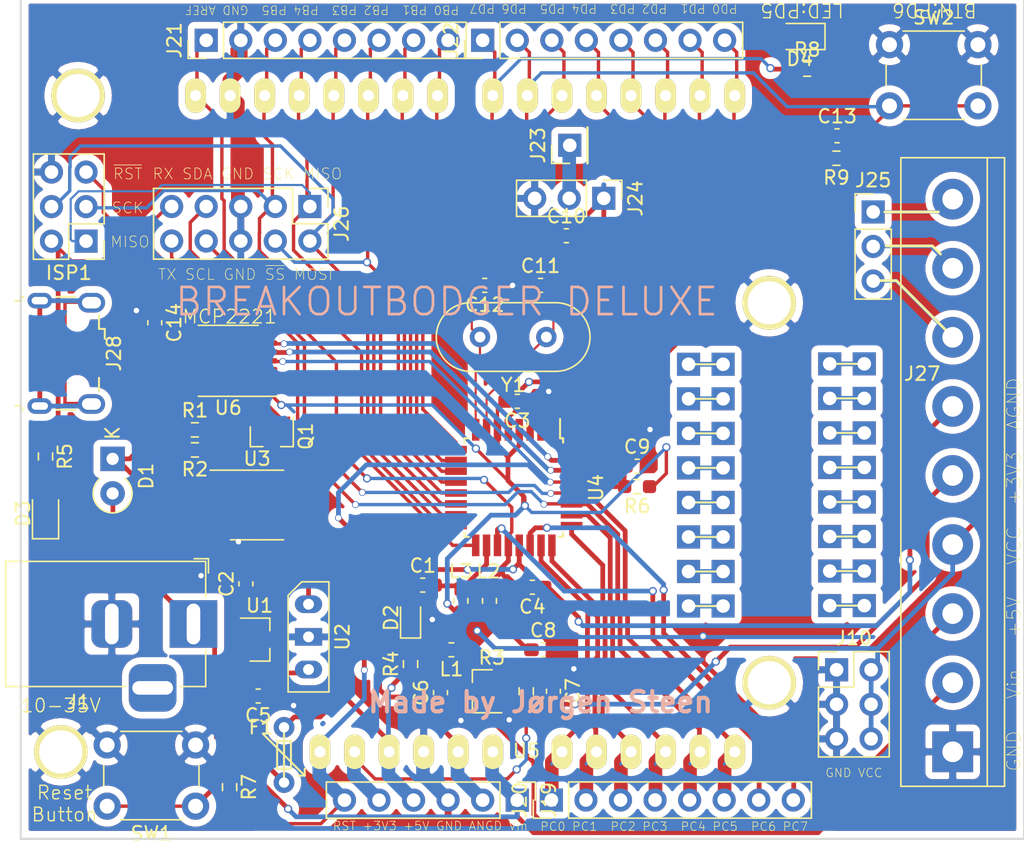
<source format=kicad_pcb>
(kicad_pcb (version 20171130) (host pcbnew "(5.1.7)-1")
  (layers (0 F.Cu signal) (31 B.Cu signal hide) (34 B.Paste user hide) (35 F.Paste user hide) (36 B.SilkS user) (37 F.SilkS user) (38 B.Mask user) (39 F.Mask user) (44 Edge.Cuts user hide))
  (net 0 "")
  (net 1 AVCC)
  (net 2 GND)
  (net 3 AREF)
  (net 4 +5V)
  (net 5 +3V3)
  (net 6 VCC)
  (net 7 "Net-(Q1-Pad2)")
  (net 8 "Net-(R1-Pad2)")
  (net 9 "Net-(C2-Pad2)")
  (net 10 "Net-(J13-Pad1)")
  (net 11 "Net-(J14-Pad1)")
  (net 12 "Net-(J15-Pad1)")
  (net 13 "Net-(J16-Pad1)")
  (net 14 "Net-(J18-Pad1)")
  (net 15 "Net-(J23-Pad1)")
  (net 16 "Net-(J25-Pad1)")
  (net 17 AGND)
  (net 18 "Net-(C5-Pad2)")
  (net 19 "XTAL1(PB6)")
  (net 20 "XTAL2(PB7)")
  (net 21 PD6)
  (net 22 VUSB)
  (net 23 V_supply)
  (net 24 "Net-(D3-Pad2)")
  (net 25 "Net-(D4-Pad2)")
  (net 26 ~RESET)
  (net 27 PB3)
  (net 28 PB5)
  (net 29 PB4)
  (net 30 "Net-(J1-Pad3)")
  (net 31 "Net-(J2-Pad1)")
  (net 32 "Net-(J3-Pad1)")
  (net 33 "Net-(J4-Pad1)")
  (net 34 "Net-(J5-Pad1)")
  (net 35 "Net-(J6-Pad1)")
  (net 36 "Net-(J7-Pad1)")
  (net 37 "Net-(J8-Pad1)")
  (net 38 "Net-(J9-Pad1)")
  (net 39 "Net-(J11-Pad1)")
  (net 40 "Net-(J12-Pad1)")
  (net 41 "Net-(J17-Pad1)")
  (net 42 ADC7)
  (net 43 ADC6)
  (net 44 "PC5(SCL)")
  (net 45 "PC4(SDA)")
  (net 46 PC3)
  (net 47 PC2)
  (net 48 PC1)
  (net 49 PC0)
  (net 50 PB0)
  (net 51 PB1)
  (net 52 PB2)
  (net 53 "PD0(RX)")
  (net 54 "PD1(TX)")
  (net 55 PD2)
  (net 56 PD3)
  (net 57 PD4)
  (net 58 PD5)
  (net 59 PD7)
  (net 60 "Net-(J25-Pad3)")
  (net 61 "Net-(J25-Pad2)")
  (net 62 "Net-(J28-Pad6)")
  (net 63 "Net-(J28-Pad4)")
  (net 64 "Net-(J28-Pad3)")
  (net 65 "Net-(J28-Pad2)")
  (net 66 "Net-(R7-Pad1)")
  (net 67 "Net-(U3-Pad8)")
  (net 68 "Net-(U3-Pad5)")
  (net 69 "Net-(U3-Pad1)")
  (net 70 "Net-(L1-Pad2)")
  (net 71 "Net-(U6-Pad10)")
  (net 72 "Net-(U6-Pad9)")
  (net 73 "Net-(U6-Pad8)")
  (net 74 "Net-(U6-Pad7)")
  (net 75 "Net-(U6-Pad3)")
  (net 76 "Net-(U6-Pad2)")
  (module Resistor_SMD:R_0603_1608Metric_Pad0.98x0.95mm_HandSolder (layer F.Cu) (at 110.2 65.95 180)
    (fp_text reference R9 (at 0 -1.43) (layer F.SilkS))
    (fp_text value 100kR)
    (pad 2 smd roundrect (at 0.9125 0 180) (size 0.975 0.95) (layers F.Cu F.Paste F.Mask) (net 21 PD6))
    (pad 1 smd roundrect (at -0.9125 0 180) (size 0.975 0.95) (layers F.Cu F.Paste F.Mask) (net 6 VCC))
  )
  (module Resistor_SMD:R_0603_1608Metric_Pad0.98x0.95mm_HandSolder (layer F.Cu) (at 108.05 59.4)
    (fp_text reference R8 (at 0 -1.43) (layer F.SilkS))
    (fp_text value 1k)
    (pad 2 smd roundrect (at 0.9125 0) (size 0.975 0.95) (layers F.Cu F.Paste F.Mask) (net 25 "Net-(D4-Pad2)"))
    (pad 1 smd roundrect (at -0.9125 0) (size 0.975 0.95) (layers F.Cu F.Paste F.Mask) (net 59 PD7))
  )
  (module Resistor_SMD:R_0603_1608Metric_Pad0.98x0.95mm_HandSolder (layer F.Cu) (at 65.6 112.2 270)
    (fp_text reference R7 (at 0 -1.43 90) (layer F.SilkS))
    (fp_text value 330)
    (pad 2 smd roundrect (at 0.9125 0 270) (size 0.975 0.95) (layers F.Cu F.Paste F.Mask) (net 26 ~RESET))
    (pad 1 smd roundrect (at -0.9125 0 270) (size 0.975 0.95) (layers F.Cu F.Paste F.Mask) (net 66 "Net-(R7-Pad1)"))
  )
  (module Resistor_SMD:R_0603_1608Metric_Pad0.98x0.95mm_HandSolder (layer F.Cu) (at 95.55 90.1 180)
    (fp_text reference R6 (at 0 -1.43) (layer F.SilkS))
    (fp_text value 4,7k)
    (pad 2 smd roundrect (at 0.9125 0 180) (size 0.975 0.95) (layers F.Cu F.Paste F.Mask) (net 26 ~RESET))
    (pad 1 smd roundrect (at -0.9125 0 180) (size 0.975 0.95) (layers F.Cu F.Paste F.Mask) (net 6 VCC))
  )
  (module Resistor_SMD:R_0603_1608Metric_Pad0.98x0.95mm_HandSolder (layer F.Cu) (at 52.07 87.884 270)
    (fp_text reference R5 (at 0 -1.43 90) (layer F.SilkS))
    (fp_text value 1k)
    (pad 2 smd roundrect (at 0.9125 0 270) (size 0.975 0.95) (layers F.Cu F.Paste F.Mask) (net 24 "Net-(D3-Pad2)"))
    (pad 1 smd roundrect (at -0.9125 0 270) (size 0.975 0.95) (layers F.Cu F.Paste F.Mask) (net 6 VCC))
  )
  (module Resistor_SMD:R_0603_1608Metric_Pad0.98x0.95mm_HandSolder (layer F.Cu) (at 78.9 103.15 90)
    (fp_text reference R4 (at 0 -1.43 90) (layer F.SilkS))
    (fp_text value 0R)
    (pad 2 smd roundrect (at 0.9125 0 90) (size 0.975 0.95) (layers F.Cu F.Paste F.Mask) (net 70 "Net-(L1-Pad2)"))
    (pad 1 smd roundrect (at -0.9125 0 90) (size 0.975 0.95) (layers F.Cu F.Paste F.Mask) (net 4 +5V))
  )
  (module Resistor_SMD:R_0603_1608Metric_Pad0.98x0.95mm_HandSolder (layer F.Cu) (at 87.4 105.15 90)
    (fp_text reference R3 (at 2.472 -2.528 180) (layer F.SilkS))
    (fp_text value 0.0R)
    (pad 2 smd roundrect (at 0.9125 0 90) (size 0.975 0.95) (layers F.Cu F.Paste F.Mask) (net 70 "Net-(L1-Pad2)"))
    (pad 1 smd roundrect (at -0.9125 0 90) (size 0.975 0.95) (layers F.Cu F.Paste F.Mask) (net 5 +3V3))
  )
  (module Resistor_SMD:R_0603_1608Metric_Pad0.98x0.95mm_HandSolder (layer F.Cu) (at 63.05 87.4 180)
    (fp_text reference R2 (at 0 -1.43) (layer F.SilkS))
    (fp_text value 20k)
    (pad 2 smd roundrect (at 0.9125 0 180) (size 0.975 0.95) (layers F.Cu F.Paste F.Mask) (net 2 GND))
    (pad 1 smd roundrect (at -0.9125 0 180) (size 0.975 0.95) (layers F.Cu F.Paste F.Mask) (net 8 "Net-(R1-Pad2)"))
  )
  (module Resistor_SMD:R_0603_1608Metric_Pad0.98x0.95mm_HandSolder (layer F.Cu) (at 63.048 85.926)
    (fp_text reference R1 (at 0 -1.43) (layer F.SilkS))
    (fp_text value 10kR)
    (pad 2 smd roundrect (at 0.9125 0) (size 0.975 0.95) (layers F.Cu F.Paste F.Mask) (net 8 "Net-(R1-Pad2)"))
    (pad 1 smd roundrect (at -0.9125 0) (size 0.975 0.95) (layers F.Cu F.Paste F.Mask) (net 9 "Net-(C2-Pad2)"))
  )
  (module jorgen:TerminalBlock_bornier-9_P5.08mm (layer F.Cu) (at 118.745 109.601 90)
    (fp_text reference J27 (at 27.801 -2.245 180) (layer F.SilkS))
    (fp_text value "Power terminal")
    (pad 9 thru_hole circle (at 40.64 0 90) (size 3 3) (drill 1.52) (layers *.Cu *.Mask) (net 16 "Net-(J25-Pad1)"))
    (pad 8 thru_hole circle (at 35.56 0 90) (size 3 3) (drill 1.52) (layers *.Cu *.Mask) (net 61 "Net-(J25-Pad2)"))
    (pad 7 thru_hole circle (at 30.48 0 90) (size 3 3) (drill 1.52) (layers *.Cu *.Mask) (net 60 "Net-(J25-Pad3)"))
    (pad 6 thru_hole circle (at 25.4 0 90) (size 3 3) (drill 1.52) (layers *.Cu *.Mask) (net 17 AGND))
    (pad 5 thru_hole circle (at 20.32 0 90) (size 3 3) (drill 1.52) (layers *.Cu *.Mask) (net 5 +3V3))
    (pad 4 thru_hole circle (at 15.24 0 90) (size 3 3) (drill 1.52) (layers *.Cu *.Mask) (net 6 VCC))
    (pad 1 thru_hole rect (at 0 0 90) (size 3 3) (drill 1.52) (layers *.Cu *.Mask) (net 2 GND))
    (pad 3 thru_hole circle (at 10.16 0 90) (size 3 3) (drill 1.52) (layers *.Cu *.Mask) (net 4 +5V))
    (pad 2 thru_hole circle (at 5.08 0 90) (size 3 3) (drill 1.52) (layers *.Cu *.Mask) (net 23 V_supply))
  )
  (module Connector_PinHeader_2.54mm:PinHeader_1x01_P2.54mm_Vertical (layer F.Cu) (at 90.6 65 90)
    (fp_text reference J23 (at 0 -2.33 90) (layer F.SilkS))
    (fp_text value Conn_01x01)
    (pad 1 thru_hole rect (at 0 0 90) (size 1.7 1.7) (drill 1) (layers *.Cu *.Mask) (net 15 "Net-(J23-Pad1)"))
  )
  (module Connector_PinHeader_2.54mm:PinHeader_2x03_P2.54mm_Vertical (layer F.Cu) (at 110.21 103.57)
    (fp_text reference J10 (at 1.27 -2.33) (layer F.SilkS))
    (fp_text value Conn_01x06)
    (pad 6 thru_hole oval (at 2.54 5.08) (size 1.7 1.7) (drill 1) (layers *.Cu *.Mask) (net 6 VCC))
    (pad 5 thru_hole oval (at 0 5.08) (size 1.7 1.7) (drill 1) (layers *.Cu *.Mask) (net 2 GND))
    (pad 4 thru_hole oval (at 2.54 2.54) (size 1.7 1.7) (drill 1) (layers *.Cu *.Mask) (net 6 VCC))
    (pad 3 thru_hole oval (at 0 2.54) (size 1.7 1.7) (drill 1) (layers *.Cu *.Mask) (net 2 GND))
    (pad 2 thru_hole oval (at 2.54 0) (size 1.7 1.7) (drill 1) (layers *.Cu *.Mask) (net 6 VCC))
    (pad 1 thru_hole rect (at 0 0) (size 1.7 1.7) (drill 1) (layers *.Cu *.Mask) (net 2 GND))
  )
  (module Package_SO:SOIC-8_3.9x4.9mm_P1.27mm (layer F.Cu) (at 67.62 91.45)
    (fp_text reference U3 (at 0 -3.4) (layer F.SilkS))
    (fp_text value TL071)
    (pad 8 smd roundrect (at 2.475 -1.905) (size 1.95 0.6) (layers F.Cu F.Paste F.Mask) (net 67 "Net-(U3-Pad8)"))
    (pad 7 smd roundrect (at 2.475 -0.635) (size 1.95 0.6) (layers F.Cu F.Paste F.Mask) (net 4 +5V))
    (pad 6 smd roundrect (at 2.475 0.635) (size 1.95 0.6) (layers F.Cu F.Paste F.Mask) (net 7 "Net-(Q1-Pad2)"))
    (pad 5 smd roundrect (at 2.475 1.905) (size 1.95 0.6) (layers F.Cu F.Paste F.Mask) (net 68 "Net-(U3-Pad5)"))
    (pad 4 smd roundrect (at -2.475 1.905) (size 1.95 0.6) (layers F.Cu F.Paste F.Mask) (net 2 GND))
    (pad 3 smd roundrect (at -2.475 0.635) (size 1.95 0.6) (layers F.Cu F.Paste F.Mask) (net 8 "Net-(R1-Pad2)"))
    (pad 2 smd roundrect (at -2.475 -0.635) (size 1.95 0.6) (layers F.Cu F.Paste F.Mask) (net 4 +5V))
    (pad 1 smd roundrect (at -2.475 -1.905) (size 1.95 0.6) (layers F.Cu F.Paste F.Mask) (net 69 "Net-(U3-Pad1)"))
  )
  (module jorgen:TO-220-ver2 (layer F.Cu) (at 71.4 101.15 270)
    (fp_text reference U2 (at 0 -2.5 90) (layer F.SilkS))
    (fp_text value L7805)
    (pad 3 thru_hole oval (at 2.4 0 270) (size 1.3 2) (drill 0.8) (layers *.Cu *.Mask) (net 18 "Net-(C5-Pad2)"))
    (pad 2 thru_hole rect (at 0 0 270) (size 1.3 2) (drill 0.8) (layers *.Cu *.Mask) (net 2 GND))
    (pad 1 thru_hole oval (at -2.4 0 270) (size 1.3 2) (drill 0.8) (layers *.Cu *.Mask) (net 9 "Net-(C2-Pad2)"))
  )
  (module Package_SO:TSSOP-14_4.4x5mm_P0.65mm (layer F.Cu) (at 65.5 80.85 180)
    (fp_text reference U6 (at 0 -3.45) (layer F.SilkS))
    (fp_text value MCP2221)
    (pad 14 smd roundrect (at 2.8625 -1.95 180) (size 1.475 0.4) (layers F.Cu F.Paste F.Mask) (net 2 GND))
    (pad 13 smd roundrect (at 2.8625 -1.3 180) (size 1.475 0.4) (layers F.Cu F.Paste F.Mask) (net 64 "Net-(J28-Pad3)"))
    (pad 12 smd roundrect (at 2.8625 -0.65 180) (size 1.475 0.4) (layers F.Cu F.Paste F.Mask) (net 65 "Net-(J28-Pad2)"))
    (pad 11 smd roundrect (at 2.8625 0 180) (size 1.475 0.4) (layers F.Cu F.Paste F.Mask) (net 22 VUSB))
    (pad 10 smd roundrect (at 2.8625 0.65 180) (size 1.475 0.4) (layers F.Cu F.Paste F.Mask) (net 71 "Net-(U6-Pad10)"))
    (pad 9 smd roundrect (at 2.8625 1.3 180) (size 1.475 0.4) (layers F.Cu F.Paste F.Mask) (net 72 "Net-(U6-Pad9)"))
    (pad 8 smd roundrect (at 2.8625 1.95 180) (size 1.475 0.4) (layers F.Cu F.Paste F.Mask) (net 73 "Net-(U6-Pad8)"))
    (pad 7 smd roundrect (at -2.8625 1.95 180) (size 1.475 0.4) (layers F.Cu F.Paste F.Mask) (net 74 "Net-(U6-Pad7)"))
    (pad 6 smd roundrect (at -2.8625 1.3 180) (size 1.475 0.4) (layers F.Cu F.Paste F.Mask) (net 54 "PD1(TX)"))
    (pad 5 smd roundrect (at -2.8625 0.65 180) (size 1.475 0.4) (layers F.Cu F.Paste F.Mask) (net 53 "PD0(RX)"))
    (pad 4 smd roundrect (at -2.8625 0 180) (size 1.475 0.4) (layers F.Cu F.Paste F.Mask) (net 26 ~RESET))
    (pad 3 smd roundrect (at -2.8625 -0.65 180) (size 1.475 0.4) (layers F.Cu F.Paste F.Mask) (net 75 "Net-(U6-Pad3)"))
    (pad 2 smd roundrect (at -2.8625 -1.3 180) (size 1.475 0.4) (layers F.Cu F.Paste F.Mask) (net 76 "Net-(U6-Pad2)"))
    (pad 1 smd roundrect (at -2.8625 -1.95 180) (size 1.475 0.4) (layers F.Cu F.Paste F.Mask) (net 6 VCC))
  )
  (module Crystal:Crystal_HC49-U_Vertical (layer F.Cu) (at 88.88 79.1 180)
    (fp_text reference Y1 (at 2.44 -3.525) (layer F.SilkS))
    (fp_text value Crystal)
    (pad 2 thru_hole circle (at 4.88 0 180) (size 1.5 1.5) (drill 0.8) (layers *.Cu *.Mask) (net 20 "XTAL2(PB7)"))
    (pad 1 thru_hole circle (at 0 0 180) (size 1.5 1.5) (drill 0.8) (layers *.Cu *.Mask) (net 19 "XTAL1(PB6)"))
  )
  (module Package_TO_SOT_SMD:SOT-23 (layer F.Cu) (at 84.2 105.15 180)
    (fp_text reference U5 (at -3.212 -4.386) (layer F.SilkS))
    (fp_text value MCP1700-33)
    (pad 3 smd rect (at 1 0 180) (size 0.9 0.8) (layers F.Cu F.Paste F.Mask) (net 4 +5V))
    (pad 2 smd rect (at -1 0.95 180) (size 0.9 0.8) (layers F.Cu F.Paste F.Mask) (net 5 +3V3))
    (pad 1 smd rect (at -1 -0.95 180) (size 0.9 0.8) (layers F.Cu F.Paste F.Mask) (net 2 GND))
  )
  (module Package_QFP:TQFP-32_7x7mm_P0.8mm (layer F.Cu) (at 86.487 90.17 270)
    (fp_text reference U4 (at 0 -6.05 90) (layer F.SilkS))
    (fp_text value ATMEGA328P-AU)
    (pad 32 smd rect (at -2.8 -4.25) (size 1.6 0.55) (layers F.Cu F.Paste F.Mask) (net 55 PD2))
    (pad 31 smd rect (at -2 -4.25) (size 1.6 0.55) (layers F.Cu F.Paste F.Mask) (net 54 "PD1(TX)"))
    (pad 30 smd rect (at -1.2 -4.25) (size 1.6 0.55) (layers F.Cu F.Paste F.Mask) (net 53 "PD0(RX)"))
    (pad 29 smd rect (at -0.4 -4.25) (size 1.6 0.55) (layers F.Cu F.Paste F.Mask) (net 26 ~RESET))
    (pad 28 smd rect (at 0.4 -4.25) (size 1.6 0.55) (layers F.Cu F.Paste F.Mask) (net 44 "PC5(SCL)"))
    (pad 27 smd rect (at 1.2 -4.25) (size 1.6 0.55) (layers F.Cu F.Paste F.Mask) (net 45 "PC4(SDA)"))
    (pad 26 smd rect (at 2 -4.25) (size 1.6 0.55) (layers F.Cu F.Paste F.Mask) (net 46 PC3))
    (pad 25 smd rect (at 2.8 -4.25) (size 1.6 0.55) (layers F.Cu F.Paste F.Mask) (net 47 PC2))
    (pad 24 smd rect (at 4.25 -2.8 270) (size 1.6 0.55) (layers F.Cu F.Paste F.Mask) (net 48 PC1))
    (pad 23 smd rect (at 4.25 -2 270) (size 1.6 0.55) (layers F.Cu F.Paste F.Mask) (net 49 PC0))
    (pad 22 smd rect (at 4.25 -1.2 270) (size 1.6 0.55) (layers F.Cu F.Paste F.Mask) (net 42 ADC7))
    (pad 21 smd rect (at 4.25 -0.4 270) (size 1.6 0.55) (layers F.Cu F.Paste F.Mask) (net 17 AGND))
    (pad 20 smd rect (at 4.25 0.4 270) (size 1.6 0.55) (layers F.Cu F.Paste F.Mask) (net 3 AREF))
    (pad 19 smd rect (at 4.25 1.2 270) (size 1.6 0.55) (layers F.Cu F.Paste F.Mask) (net 43 ADC6))
    (pad 18 smd rect (at 4.25 2 270) (size 1.6 0.55) (layers F.Cu F.Paste F.Mask) (net 1 AVCC))
    (pad 17 smd rect (at 4.25 2.8 270) (size 1.6 0.55) (layers F.Cu F.Paste F.Mask) (net 28 PB5))
    (pad 16 smd rect (at 2.8 4.25) (size 1.6 0.55) (layers F.Cu F.Paste F.Mask) (net 29 PB4))
    (pad 15 smd rect (at 2 4.25) (size 1.6 0.55) (layers F.Cu F.Paste F.Mask) (net 27 PB3))
    (pad 14 smd rect (at 1.2 4.25) (size 1.6 0.55) (layers F.Cu F.Paste F.Mask) (net 52 PB2))
    (pad 13 smd rect (at 0.4 4.25) (size 1.6 0.55) (layers F.Cu F.Paste F.Mask) (net 51 PB1))
    (pad 12 smd rect (at -0.4 4.25) (size 1.6 0.55) (layers F.Cu F.Paste F.Mask) (net 50 PB0))
    (pad 11 smd rect (at -1.2 4.25) (size 1.6 0.55) (layers F.Cu F.Paste F.Mask) (net 59 PD7))
    (pad 10 smd rect (at -2 4.25) (size 1.6 0.55) (layers F.Cu F.Paste F.Mask) (net 21 PD6))
    (pad 9 smd rect (at -2.8 4.25) (size 1.6 0.55) (layers F.Cu F.Paste F.Mask) (net 58 PD5))
    (pad 8 smd rect (at -4.25 2.8 270) (size 1.6 0.55) (layers F.Cu F.Paste F.Mask) (net 20 "XTAL2(PB7)"))
    (pad 7 smd rect (at -4.25 2 270) (size 1.6 0.55) (layers F.Cu F.Paste F.Mask) (net 19 "XTAL1(PB6)"))
    (pad 6 smd rect (at -4.25 1.2 270) (size 1.6 0.55) (layers F.Cu F.Paste F.Mask) (net 6 VCC))
    (pad 5 smd rect (at -4.25 0.4 270) (size 1.6 0.55) (layers F.Cu F.Paste F.Mask) (net 2 GND))
    (pad 4 smd rect (at -4.25 -0.4 270) (size 1.6 0.55) (layers F.Cu F.Paste F.Mask) (net 6 VCC))
    (pad 3 smd rect (at -4.25 -1.2 270) (size 1.6 0.55) (layers F.Cu F.Paste F.Mask) (net 2 GND))
    (pad 2 smd rect (at -4.25 -2 270) (size 1.6 0.55) (layers F.Cu F.Paste F.Mask) (net 57 PD4))
    (pad 1 smd rect (at -4.25 -2.8 270) (size 1.6 0.55) (layers F.Cu F.Paste F.Mask) (net 56 PD3))
  )
  (module Package_TO_SOT_SMD:SOT-23 (layer F.Cu) (at 67.8 101.35)
    (fp_text reference U1 (at 0 -2.5) (layer F.SilkS))
    (fp_text value NCP1117-5)
    (pad 3 smd rect (at 1 0) (size 0.9 0.8) (layers F.Cu F.Paste F.Mask) (net 9 "Net-(C2-Pad2)"))
    (pad 2 smd rect (at -1 0.95) (size 0.9 0.8) (layers F.Cu F.Paste F.Mask) (net 18 "Net-(C5-Pad2)"))
    (pad 1 smd rect (at -1 -0.95) (size 0.9 0.8) (layers F.Cu F.Paste F.Mask) (net 2 GND))
  )
  (module Button_Switch_THT:SW_PUSH_6mm_H5mm (layer F.Cu) (at 114.1 57.6)
    (fp_text reference SW2 (at 3.25 -2) (layer F.SilkS))
    (fp_text value SW_Push)
    (pad 1 thru_hole circle (at 6.5 0 90) (size 2 2) (drill 1.1) (layers *.Cu *.Mask) (net 2 GND))
    (pad 2 thru_hole circle (at 6.5 4.5 90) (size 2 2) (drill 1.1) (layers *.Cu *.Mask) (net 21 PD6))
    (pad 1 thru_hole circle (at 0 0 90) (size 2 2) (drill 1.1) (layers *.Cu *.Mask) (net 2 GND))
    (pad 2 thru_hole circle (at 0 4.5 90) (size 2 2) (drill 1.1) (layers *.Cu *.Mask) (net 21 PD6))
  )
  (module Button_Switch_THT:SW_PUSH_6mm_H5mm (layer F.Cu) (at 63.1 113.6 180)
    (fp_text reference SW1 (at 3.25 -2) (layer F.SilkS))
    (fp_text value SW_Push)
    (pad 1 thru_hole circle (at 6.5 0 270) (size 2 2) (drill 1.1) (layers *.Cu *.Mask) (net 66 "Net-(R7-Pad1)"))
    (pad 2 thru_hole circle (at 6.5 4.5 270) (size 2 2) (drill 1.1) (layers *.Cu *.Mask) (net 2 GND))
    (pad 1 thru_hole circle (at 0 0 270) (size 2 2) (drill 1.1) (layers *.Cu *.Mask) (net 66 "Net-(R7-Pad1)"))
    (pad 2 thru_hole circle (at 0 4.5 270) (size 2 2) (drill 1.1) (layers *.Cu *.Mask) (net 2 GND))
  )
  (module Package_TO_SOT_SMD:SOT-23 (layer F.Cu) (at 68.7 86.4 270)
    (fp_text reference Q1 (at 0 -2.5 90) (layer F.SilkS))
    (fp_text value PMOS)
    (pad 3 smd rect (at 1 0 270) (size 0.9 0.8) (layers F.Cu F.Paste F.Mask) (net 4 +5V))
    (pad 2 smd rect (at -1 0.95 270) (size 0.9 0.8) (layers F.Cu F.Paste F.Mask) (net 7 "Net-(Q1-Pad2)"))
    (pad 1 smd rect (at -1 -0.95 270) (size 0.9 0.8) (layers F.Cu F.Paste F.Mask) (net 22 VUSB))
  )
  (module Inductor_SMD:L_0603_1608Metric_Pad1.05x0.95mm_HandSolder (layer F.Cu) (at 82.6 98.5 270)
    (fp_text reference L3 (at -2.172 0.014 180) (layer F.SilkS))
    (fp_text value "F B")
    (pad 2 smd roundrect (at 0.875 0 270) (size 1.05 0.95) (layers F.Cu F.Paste F.Mask) (net 6 VCC))
    (pad 1 smd roundrect (at -0.875 0 270) (size 1.05 0.95) (layers F.Cu F.Paste F.Mask) (net 1 AVCC))
  )
  (module Inductor_SMD:L_0603_1608Metric_Pad1.05x0.95mm_HandSolder (layer F.Cu) (at 84.7 98.5 270)
    (fp_text reference L2 (at -2.172 0.082 180) (layer F.SilkS))
    (fp_text value "F B")
    (pad 2 smd roundrect (at 0.875 0 270) (size 1.05 0.95) (layers F.Cu F.Paste F.Mask) (net 6 VCC))
    (pad 1 smd roundrect (at -0.875 0 270) (size 1.05 0.95) (layers F.Cu F.Paste F.Mask) (net 3 AREF))
  )
  (module Inductor_SMD:L_0603_1608Metric_Pad1.05x0.95mm_HandSolder (layer F.Cu) (at 81.9 102.1 180)
    (fp_text reference L1 (at 0 -1.43) (layer F.SilkS))
    (fp_text value "F B")
    (pad 2 smd roundrect (at 0.875 0 180) (size 1.05 0.95) (layers F.Cu F.Paste F.Mask) (net 70 "Net-(L1-Pad2)"))
    (pad 1 smd roundrect (at -0.875 0 180) (size 1.05 0.95) (layers F.Cu F.Paste F.Mask) (net 6 VCC))
  )
  (module Connector_USB:USB_Micro-B_Wuerth_629105150521 (layer F.Cu) (at 53.6 80.3 270)
    (fp_text reference J28 (at 0 -3.5 90) (layer F.SilkS))
    (fp_text value USB)
    (pad "" np_thru_hole oval (at 2.5 -0.8 270) (size 0.8 0.8) (drill 0.8) (layers *.Cu *.Mask))
    (pad "" np_thru_hole oval (at -2.5 -0.8 270) (size 0.8 0.8) (drill 0.8) (layers *.Cu *.Mask))
    (pad 6 thru_hole oval (at 3.875 1.95 270) (size 1.15 1.8) (drill oval 0.55 1.2) (layers *.Cu *.Mask) (net 62 "Net-(J28-Pad6)"))
    (pad 6 thru_hole oval (at -3.875 1.95 270) (size 1.15 1.8) (drill oval 0.55 1.2) (layers *.Cu *.Mask) (net 62 "Net-(J28-Pad6)"))
    (pad 6 thru_hole oval (at 3.725 -1.85 270) (size 1.45 2) (drill oval 0.85 1.4) (layers *.Cu *.Mask) (net 62 "Net-(J28-Pad6)"))
    (pad 6 thru_hole oval (at -3.725 -1.85 270) (size 1.45 2) (drill oval 0.85 1.4) (layers *.Cu *.Mask) (net 62 "Net-(J28-Pad6)"))
    (pad 5 smd rect (at 1.3 -1.9 270) (size 0.45 1.3) (layers F.Cu F.Paste F.Mask) (net 2 GND))
    (pad 4 smd rect (at 0.65 -1.9 270) (size 0.45 1.3) (layers F.Cu F.Paste F.Mask) (net 63 "Net-(J28-Pad4)"))
    (pad 3 smd rect (at 0 -1.9 270) (size 0.45 1.3) (layers F.Cu F.Paste F.Mask) (net 64 "Net-(J28-Pad3)"))
    (pad 2 smd rect (at -0.65 -1.9 270) (size 0.45 1.3) (layers F.Cu F.Paste F.Mask) (net 65 "Net-(J28-Pad2)"))
    (pad 1 smd rect (at -1.3 -1.9 270) (size 0.45 1.3) (layers F.Cu F.Paste F.Mask) (net 22 VUSB))
  )
  (module Connector_PinHeader_2.54mm:PinHeader_2x05_P2.54mm_Vertical (layer F.Cu) (at 71.5 69.5 270)
    (fp_text reference J26 (at 1.27 -2.33 90) (layer F.SilkS))
    (fp_text value Com_header)
    (pad 10 thru_hole oval (at 2.54 10.16 270) (size 1.7 1.7) (drill 1) (layers *.Cu *.Mask) (net 54 "PD1(TX)"))
    (pad 9 thru_hole oval (at 0 10.16 270) (size 1.7 1.7) (drill 1) (layers *.Cu *.Mask) (net 53 "PD0(RX)"))
    (pad 8 thru_hole oval (at 2.54 7.62 270) (size 1.7 1.7) (drill 1) (layers *.Cu *.Mask) (net 44 "PC5(SCL)"))
    (pad 7 thru_hole oval (at 0 7.62 270) (size 1.7 1.7) (drill 1) (layers *.Cu *.Mask) (net 45 "PC4(SDA)"))
    (pad 6 thru_hole oval (at 2.54 5.08 270) (size 1.7 1.7) (drill 1) (layers *.Cu *.Mask) (net 2 GND))
    (pad 5 thru_hole oval (at 0 5.08 270) (size 1.7 1.7) (drill 1) (layers *.Cu *.Mask) (net 2 GND))
    (pad 4 thru_hole oval (at 2.54 2.54 270) (size 1.7 1.7) (drill 1) (layers *.Cu *.Mask) (net 52 PB2))
    (pad 3 thru_hole oval (at 0 2.54 270) (size 1.7 1.7) (drill 1) (layers *.Cu *.Mask) (net 28 PB5))
    (pad 2 thru_hole oval (at 2.54 0 270) (size 1.7 1.7) (drill 1) (layers *.Cu *.Mask) (net 27 PB3))
    (pad 1 thru_hole rect (at 0 0 270) (size 1.7 1.7) (drill 1) (layers *.Cu *.Mask) (net 29 PB4))
  )
  (module Connector_PinHeader_2.54mm:PinHeader_1x03_P2.54mm_Vertical (layer F.Cu) (at 112.9 69.9)
    (fp_text reference J25 (at 0 -2.33) (layer F.SilkS))
    (fp_text value "Pin out")
    (pad 3 thru_hole oval (at 0 5.08) (size 1.7 1.7) (drill 1) (layers *.Cu *.Mask) (net 60 "Net-(J25-Pad3)"))
    (pad 2 thru_hole oval (at 0 2.54) (size 1.7 1.7) (drill 1) (layers *.Cu *.Mask) (net 61 "Net-(J25-Pad2)"))
    (pad 1 thru_hole rect (at 0 0) (size 1.7 1.7) (drill 1) (layers *.Cu *.Mask) (net 16 "Net-(J25-Pad1)"))
  )
  (module Connector_PinHeader_2.54mm:PinHeader_1x03_P2.54mm_Vertical (layer F.Cu) (at 93.1 68.9 270)
    (fp_text reference J24 (at 0 -2.33 90) (layer F.SilkS))
    (fp_text value Device_Connector)
    (pad 3 thru_hole oval (at 0 5.08 270) (size 1.7 1.7) (drill 1) (layers *.Cu *.Mask) (net 2 GND))
    (pad 2 thru_hole oval (at 0 2.54 270) (size 1.7 1.7) (drill 1) (layers *.Cu *.Mask) (net 15 "Net-(J23-Pad1)"))
    (pad 1 thru_hole rect (at 0 0 270) (size 1.7 1.7) (drill 1) (layers *.Cu *.Mask) (net 6 VCC))
  )
  (module Connector_PinHeader_2.54mm:PinHeader_1x08_P2.54mm_Vertical (layer F.Cu) (at 84.201 57.277 90)
    (fp_text reference J22 (at 0 -2.33 90) (layer F.SilkS))
    (fp_text value PORD_connector)
    (pad 8 thru_hole oval (at 0 17.78 90) (size 1.7 1.7) (drill 1) (layers *.Cu *.Mask) (net 53 "PD0(RX)"))
    (pad 7 thru_hole oval (at 0 15.24 90) (size 1.7 1.7) (drill 1) (layers *.Cu *.Mask) (net 54 "PD1(TX)"))
    (pad 6 thru_hole oval (at 0 12.7 90) (size 1.7 1.7) (drill 1) (layers *.Cu *.Mask) (net 55 PD2))
    (pad 5 thru_hole oval (at 0 10.16 90) (size 1.7 1.7) (drill 1) (layers *.Cu *.Mask) (net 56 PD3))
    (pad 4 thru_hole oval (at 0 7.62 90) (size 1.7 1.7) (drill 1) (layers *.Cu *.Mask) (net 57 PD4))
    (pad 3 thru_hole oval (at 0 5.08 90) (size 1.7 1.7) (drill 1) (layers *.Cu *.Mask) (net 58 PD5))
    (pad 2 thru_hole oval (at 0 2.54 90) (size 1.7 1.7) (drill 1) (layers *.Cu *.Mask) (net 21 PD6))
    (pad 1 thru_hole rect (at 0 0 90) (size 1.7 1.7) (drill 1) (layers *.Cu *.Mask) (net 59 PD7))
  )
  (module Connector_PinHeader_2.54mm:PinHeader_1x08_P2.54mm_Vertical (layer F.Cu) (at 63.881 57.277 90)
    (fp_text reference J21 (at 0 -2.33 90) (layer F.SilkS))
    (fp_text value PORB++_connector)
    (pad 8 thru_hole oval (at 0 17.78 90) (size 1.7 1.7) (drill 1) (layers *.Cu *.Mask) (net 50 PB0))
    (pad 7 thru_hole oval (at 0 15.24 90) (size 1.7 1.7) (drill 1) (layers *.Cu *.Mask) (net 51 PB1))
    (pad 6 thru_hole oval (at 0 12.7 90) (size 1.7 1.7) (drill 1) (layers *.Cu *.Mask) (net 52 PB2))
    (pad 5 thru_hole oval (at 0 10.16 90) (size 1.7 1.7) (drill 1) (layers *.Cu *.Mask) (net 27 PB3))
    (pad 4 thru_hole oval (at 0 7.62 90) (size 1.7 1.7) (drill 1) (layers *.Cu *.Mask) (net 29 PB4))
    (pad 3 thru_hole oval (at 0 5.08 90) (size 1.7 1.7) (drill 1) (layers *.Cu *.Mask) (net 28 PB5))
    (pad 2 thru_hole oval (at 0 2.54 90) (size 1.7 1.7) (drill 1) (layers *.Cu *.Mask) (net 2 GND))
    (pad 1 thru_hole rect (at 0 0 90) (size 1.7 1.7) (drill 1) (layers *.Cu *.Mask) (net 3 AREF))
  )
  (module Connector_PinHeader_2.54mm:PinHeader_1x08_P2.54mm_Vertical (layer F.Cu) (at 89.25 113.15 90)
    (fp_text reference J20 (at 0 -2.33 90) (layer F.SilkS))
    (fp_text value ADC_Connector)
    (pad 8 thru_hole oval (at 0 17.78 90) (size 1.7 1.7) (drill 1) (layers *.Cu *.Mask) (net 42 ADC7))
    (pad 7 thru_hole oval (at 0 15.24 90) (size 1.7 1.7) (drill 1) (layers *.Cu *.Mask) (net 43 ADC6))
    (pad 6 thru_hole oval (at 0 12.7 90) (size 1.7 1.7) (drill 1) (layers *.Cu *.Mask) (net 44 "PC5(SCL)"))
    (pad 5 thru_hole oval (at 0 10.16 90) (size 1.7 1.7) (drill 1) (layers *.Cu *.Mask) (net 45 "PC4(SDA)"))
    (pad 4 thru_hole oval (at 0 7.62 90) (size 1.7 1.7) (drill 1) (layers *.Cu *.Mask) (net 46 PC3))
    (pad 3 thru_hole oval (at 0 5.08 90) (size 1.7 1.7) (drill 1) (layers *.Cu *.Mask) (net 47 PC2))
    (pad 2 thru_hole oval (at 0 2.54 90) (size 1.7 1.7) (drill 1) (layers *.Cu *.Mask) (net 48 PC1))
    (pad 1 thru_hole rect (at 0 0 90) (size 1.7 1.7) (drill 1) (layers *.Cu *.Mask) (net 49 PC0))
  )
  (module Connector_PinHeader_2.54mm:PinHeader_1x06_P2.54mm_Vertical (layer F.Cu) (at 86.741 113.157 270)
    (fp_text reference J19 (at 0 -2.33 90) (layer F.SilkS))
    (fp_text value Power_connector)
    (pad 6 thru_hole oval (at 0 12.7 270) (size 1.7 1.7) (drill 1) (layers *.Cu *.Mask) (net 26 ~RESET))
    (pad 5 thru_hole oval (at 0 10.16 270) (size 1.7 1.7) (drill 1) (layers *.Cu *.Mask) (net 5 +3V3))
    (pad 4 thru_hole oval (at 0 7.62 270) (size 1.7 1.7) (drill 1) (layers *.Cu *.Mask) (net 4 +5V))
    (pad 3 thru_hole oval (at 0 5.08 270) (size 1.7 1.7) (drill 1) (layers *.Cu *.Mask) (net 2 GND))
    (pad 2 thru_hole oval (at 0 2.54 270) (size 1.7 1.7) (drill 1) (layers *.Cu *.Mask) (net 17 AGND))
    (pad 1 thru_hole rect (at 0 0 270) (size 1.7 1.7) (drill 1) (layers *.Cu *.Mask) (net 23 V_supply))
  )
  (module Connector_BarrelJack:BarrelJack_Horizontal (layer F.Cu) (at 62.944 100.202)
    (fp_text reference J1 (at -8.45 5.75) (layer F.SilkS))
    (fp_text value Jack-DC)
    (pad 3 thru_hole roundrect (at -3 4.7) (size 3.5 3.5) (drill oval 3 1) (layers *.Cu *.Mask) (net 30 "Net-(J1-Pad3)"))
    (pad 2 thru_hole roundrect (at -6 0) (size 3 3.5) (drill oval 1 3) (layers *.Cu *.Mask) (net 2 GND))
    (pad 1 thru_hole rect (at 0 0) (size 3.5 3.5) (drill oval 1 3) (layers *.Cu *.Mask) (net 23 V_supply))
  )
  (module Connector_PinHeader_2.54mm:PinHeader_2x03_P2.54mm_Vertical (layer F.Cu) (at 55.05 72.05 180)
    (fp_text reference ISP1 (at 1.27 -2.33) (layer F.SilkS))
    (fp_text value AVR-ISP-6)
    (pad 6 thru_hole oval (at 2.54 5.08 180) (size 1.7 1.7) (drill 1) (layers *.Cu *.Mask) (net 2 GND))
    (pad 5 thru_hole oval (at 0 5.08 180) (size 1.7 1.7) (drill 1) (layers *.Cu *.Mask) (net 26 ~RESET))
    (pad 4 thru_hole oval (at 2.54 2.54 180) (size 1.7 1.7) (drill 1) (layers *.Cu *.Mask) (net 27 PB3))
    (pad 3 thru_hole oval (at 0 2.54 180) (size 1.7 1.7) (drill 1) (layers *.Cu *.Mask) (net 28 PB5))
    (pad 2 thru_hole oval (at 2.54 0 180) (size 1.7 1.7) (drill 1) (layers *.Cu *.Mask) (net 6 VCC))
    (pad 1 thru_hole rect (at 0 0 180) (size 1.7 1.7) (drill 1) (layers *.Cu *.Mask) (net 29 PB4))
  )
  (module LED_SMD:LED_0805_2012Metric_Pad1.15x1.40mm_HandSolder (layer F.Cu) (at 107.5 57 180)
    (fp_text reference D4 (at 0 -1.65) (layer F.SilkS))
    (fp_text value LED)
    (pad 2 smd roundrect (at 1.025 0 180) (size 1.15 1.4) (layers F.Cu F.Paste F.Mask) (roundrect_rratio 0.217391) (net 25 "Net-(D4-Pad2)"))
    (pad 1 smd roundrect (at -1.025 0 180) (size 1.15 1.4) (layers F.Cu F.Paste F.Mask) (roundrect_rratio 0.217391) (net 2 GND))
  )
  (module LED_SMD:LED_0805_2012Metric_Pad1.15x1.40mm_HandSolder (layer F.Cu) (at 52.07 92.075 90)
    (fp_text reference D3 (at 0 -1.65 90) (layer F.SilkS))
    (fp_text value LED)
    (pad 2 smd roundrect (at 1.025 0 90) (size 1.15 1.4) (layers F.Cu F.Paste F.Mask) (roundrect_rratio 0.217391) (net 24 "Net-(D3-Pad2)"))
    (pad 1 smd roundrect (at -1.025 0 90) (size 1.15 1.4) (layers F.Cu F.Paste F.Mask) (roundrect_rratio 0.217391) (net 2 GND))
  )
  (module Diode_SMD:D_0603_1608Metric (layer F.Cu) (at 78.9 99.75 90)
    (fp_text reference D2 (at 0 -1.43 90) (layer F.SilkS))
    (fp_text value "5,5+ Zener")
    (pad 2 smd roundrect (at 0.7875 0 90) (size 0.875 0.95) (layers F.Cu F.Paste F.Mask) (net 2 GND))
    (pad 1 smd roundrect (at -0.7875 0 90) (size 0.875 0.95) (layers F.Cu F.Paste F.Mask) (net 6 VCC))
  )
  (module Diode_THT:D_A-405_P2.54mm_Vertical_KathodeUp (layer F.Cu) (at 57 88.06 270)
    (fp_text reference D1 (at 1.27 -2.47 90) (layer F.SilkS))
    (fp_text value D_Schottky)
    (fp_text user K (at -1.9 0 90) (layer F.SilkS))
    (pad 2 thru_hole oval (at 2.54 0 270) (size 1.8 1.8) (drill 0.9) (layers *.Cu *.Mask) (net 23 V_supply))
    (pad 1 thru_hole rect (at 0 0 270) (size 1.8 1.8) (drill 0.9) (layers *.Cu *.Mask) (net 9 "Net-(C2-Pad2)"))
  )
  (module Capacitor_SMD:C_0603_1608Metric_Pad1.08x0.95mm_HandSolder (layer F.Cu) (at 60.1 78.05 270)
    (fp_text reference C14 (at 0 -1.43 90) (layer F.SilkS))
    (fp_text value 100n)
    (pad 2 smd roundrect (at 0.8625 0 270) (size 1.075 0.95) (layers F.Cu F.Paste F.Mask) (net 22 VUSB))
    (pad 1 smd roundrect (at -0.8625 0 270) (size 1.075 0.95) (layers F.Cu F.Paste F.Mask) (net 2 GND))
  )
  (module Capacitor_SMD:C_0603_1608Metric_Pad1.08x0.95mm_HandSolder (layer F.Cu) (at 110.25 64.3)
    (fp_text reference C13 (at 0 -1.43) (layer F.SilkS))
    (fp_text value 100n)
    (pad 2 smd roundrect (at 0.8625 0) (size 1.075 0.95) (layers F.Cu F.Paste F.Mask) (net 21 PD6))
    (pad 1 smd roundrect (at -0.8625 0) (size 1.075 0.95) (layers F.Cu F.Paste F.Mask) (net 2 GND))
  )
  (module Capacitor_SMD:C_0603_1608Metric_Pad1.08x0.95mm_HandSolder (layer F.Cu) (at 84.35 75.3 180)
    (fp_text reference C12 (at 0 -1.43) (layer F.SilkS))
    (fp_text value 22p)
    (pad 2 smd roundrect (at 0.8625 0 180) (size 1.075 0.95) (layers F.Cu F.Paste F.Mask) (net 20 "XTAL2(PB7)"))
    (pad 1 smd roundrect (at -0.8625 0 180) (size 1.075 0.95) (layers F.Cu F.Paste F.Mask) (net 2 GND))
  )
  (module Capacitor_SMD:C_0603_1608Metric_Pad1.08x0.95mm_HandSolder (layer F.Cu) (at 88.45 75.3)
    (fp_text reference C11 (at 0 -1.43) (layer F.SilkS))
    (fp_text value 22p)
    (pad 2 smd roundrect (at 0.8625 0) (size 1.075 0.95) (layers F.Cu F.Paste F.Mask) (net 19 "XTAL1(PB6)"))
    (pad 1 smd roundrect (at -0.8625 0) (size 1.075 0.95) (layers F.Cu F.Paste F.Mask) (net 2 GND))
  )
  (module Capacitor_SMD:C_0603_1608Metric_Pad1.08x0.95mm_HandSolder (layer F.Cu) (at 90.35 71.65)
    (fp_text reference C10 (at 0 -1.43) (layer F.SilkS))
    (fp_text value 1u)
    (pad 2 smd roundrect (at 0.8625 0) (size 1.075 0.95) (layers F.Cu F.Paste F.Mask) (net 6 VCC))
    (pad 1 smd roundrect (at -0.8625 0) (size 1.075 0.95) (layers F.Cu F.Paste F.Mask) (net 2 GND))
  )
  (module Capacitor_SMD:C_0603_1608Metric_Pad1.08x0.95mm_HandSolder (layer F.Cu) (at 95.55 88.6)
    (fp_text reference C9 (at 0 -1.43) (layer F.SilkS))
    (fp_text value 100n)
    (pad 2 smd roundrect (at 0.8625 0) (size 1.075 0.95) (layers F.Cu F.Paste F.Mask) (net 2 GND))
    (pad 1 smd roundrect (at -0.8625 0) (size 1.075 0.95) (layers F.Cu F.Paste F.Mask) (net 26 ~RESET))
  )
  (module Capacitor_SMD:C_0603_1608Metric_Pad1.08x0.95mm_HandSolder (layer F.Cu) (at 88.65 102.1)
    (fp_text reference C8 (at 0 -1.43) (layer F.SilkS))
    (fp_text value 100n)
    (pad 2 smd roundrect (at 0.8625 0) (size 1.075 0.95) (layers F.Cu F.Paste F.Mask) (net 2 GND))
    (pad 1 smd roundrect (at -0.8625 0) (size 1.075 0.95) (layers F.Cu F.Paste F.Mask) (net 6 VCC))
  )
  (module Capacitor_SMD:C_0603_1608Metric_Pad1.08x0.95mm_HandSolder (layer F.Cu) (at 89.4 105.15 270)
    (fp_text reference C7 (at 0 -1.43 90) (layer F.SilkS))
    (fp_text value 100n)
    (pad 2 smd roundrect (at 0.8625 0 270) (size 1.075 0.95) (layers F.Cu F.Paste F.Mask) (net 5 +3V3))
    (pad 1 smd roundrect (at -0.8625 0 270) (size 1.075 0.95) (layers F.Cu F.Paste F.Mask) (net 2 GND))
  )
  (module Capacitor_SMD:C_0603_1608Metric_Pad1.08x0.95mm_HandSolder (layer F.Cu) (at 81.1 105.25 90)
    (fp_text reference C6 (at 0 -1.43 90) (layer F.SilkS))
    (fp_text value 1u)
    (pad 2 smd roundrect (at 0.8625 0 90) (size 1.075 0.95) (layers F.Cu F.Paste F.Mask) (net 4 +5V))
    (pad 1 smd roundrect (at -0.8625 0 90) (size 1.075 0.95) (layers F.Cu F.Paste F.Mask) (net 2 GND))
  )
  (module Capacitor_SMD:C_0603_1608Metric_Pad1.08x0.95mm_HandSolder (layer F.Cu) (at 67.7 105.5 180)
    (fp_text reference C5 (at 0 -1.43) (layer F.SilkS))
    (fp_text value 100n)
    (pad 2 smd roundrect (at 0.8625 0 180) (size 1.075 0.95) (layers F.Cu F.Paste F.Mask) (net 18 "Net-(C5-Pad2)"))
    (pad 1 smd roundrect (at -0.8625 0 180) (size 1.075 0.95) (layers F.Cu F.Paste F.Mask) (net 2 GND))
  )
  (module Capacitor_SMD:C_0603_1608Metric_Pad1.08x0.95mm_HandSolder (layer F.Cu) (at 87.85 97.5 180)
    (fp_text reference C4 (at 0 -1.43) (layer F.SilkS))
    (fp_text value 100n)
    (pad 2 smd roundrect (at 0.8625 0 180) (size 1.075 0.95) (layers F.Cu F.Paste F.Mask) (net 3 AREF))
    (pad 1 smd roundrect (at -0.8625 0 180) (size 1.075 0.95) (layers F.Cu F.Paste F.Mask) (net 17 AGND))
  )
  (module Capacitor_SMD:C_0603_1608Metric_Pad1.08x0.95mm_HandSolder (layer F.Cu) (at 86.748 83.826 180)
    (fp_text reference C3 (at 0 -1.43) (layer F.SilkS))
    (fp_text value 100n)
    (pad 2 smd roundrect (at 0.8625 0 180) (size 1.075 0.95) (layers F.Cu F.Paste F.Mask) (net 6 VCC))
    (pad 1 smd roundrect (at -0.8625 0 180) (size 1.075 0.95) (layers F.Cu F.Paste F.Mask) (net 2 GND))
  )
  (module Capacitor_SMD:C_0603_1608Metric_Pad1.08x0.95mm_HandSolder (layer F.Cu) (at 66.8 97.25 90)
    (fp_text reference C2 (at 0 -1.43 90) (layer F.SilkS))
    (fp_text value 1u)
    (pad 2 smd roundrect (at 0.8625 0 90) (size 1.075 0.95) (layers F.Cu F.Paste F.Mask) (net 9 "Net-(C2-Pad2)"))
    (pad 1 smd roundrect (at -0.8625 0 90) (size 1.075 0.95) (layers F.Cu F.Paste F.Mask) (net 2 GND))
  )
  (module Capacitor_SMD:C_0603_1608Metric_Pad1.08x0.95mm_HandSolder (layer F.Cu) (at 79.8 97.344)
    (fp_text reference C1 (at 0 -1.43) (layer F.SilkS))
    (fp_text value 100n)
    (pad 2 smd roundrect (at 0.8625 0) (size 1.075 0.95) (layers F.Cu F.Paste F.Mask) (net 1 AVCC))
    (pad 1 smd roundrect (at -0.8625 0) (size 1.075 0.95) (layers F.Cu F.Paste F.Mask) (net 17 AGND))
  )
  (module jorgen:Polyfuse (layer F.Cu) (at 69.6 109.832 270)
    (fp_text reference F1 (at -2.032 1.7) (layer F.SilkS))
    (fp_text value Polyfuse)
    (pad 2 thru_hole circle (at 2.032 0 270) (size 1.524 1.524) (drill 0.762) (layers *.Cu *.Mask) (net 18 "Net-(C5-Pad2)"))
    (pad 1 thru_hole circle (at -2.032 0 270) (size 1.524 1.524) (drill 0.762) (layers *.Cu *.Mask) (net 4 +5V))
  )
  (module jorgen:Pin_Header_Straight_1x02_Pitch2.54mm (layer F.Cu) (at 109.707158 96.311198 90)
    (fp_text reference J2 hide)
    (fp_text value 1x2)
    (pad 2 thru_hole rect (at 0 2.54 90) (size 1.7 1.7) (drill 1) (layers *.Cu *.Mask) (net 31 "Net-(J2-Pad1)"))
    (pad 1 thru_hole rect (at 0 0 90) (size 1.7 1.7) (drill 1) (layers *.Cu *.Mask) (net 31 "Net-(J2-Pad1)"))
  )
  (module jorgen:Pin_Header_Straight_1x02_Pitch2.54mm (layer F.Cu) (at 99.329158 96.343198 90)
    (fp_text reference J3 hide)
    (fp_text value 1x2)
    (pad 2 thru_hole rect (at 0 2.54 90) (size 1.7 1.7) (drill 1) (layers *.Cu *.Mask) (net 32 "Net-(J3-Pad1)"))
    (pad 1 thru_hole rect (at 0 0 90) (size 1.7 1.7) (drill 1) (layers *.Cu *.Mask) (net 32 "Net-(J3-Pad1)"))
  )
  (module jorgen:Pin_Header_Straight_1x02_Pitch2.54mm (layer F.Cu) (at 109.707158 91.231198 90)
    (fp_text reference J4 hide)
    (fp_text value 1x2)
    (pad 2 thru_hole rect (at 0 2.54 90) (size 1.7 1.7) (drill 1) (layers *.Cu *.Mask) (net 33 "Net-(J4-Pad1)"))
    (pad 1 thru_hole rect (at 0 0 90) (size 1.7 1.7) (drill 1) (layers *.Cu *.Mask) (net 33 "Net-(J4-Pad1)"))
  )
  (module jorgen:Pin_Header_Straight_1x02_Pitch2.54mm (layer F.Cu) (at 109.707158 93.771198 90)
    (fp_text reference J5 hide)
    (fp_text value 1x2)
    (pad 2 thru_hole rect (at 0 2.54 90) (size 1.7 1.7) (drill 1) (layers *.Cu *.Mask) (net 34 "Net-(J5-Pad1)"))
    (pad 1 thru_hole rect (at 0 0 90) (size 1.7 1.7) (drill 1) (layers *.Cu *.Mask) (net 34 "Net-(J5-Pad1)"))
  )
  (module jorgen:Pin_Header_Straight_1x02_Pitch2.54mm (layer F.Cu) (at 99.329158 93.803198 90)
    (fp_text reference J6 hide)
    (fp_text value 1x2)
    (pad 2 thru_hole rect (at 0 2.54 90) (size 1.7 1.7) (drill 1) (layers *.Cu *.Mask) (net 35 "Net-(J6-Pad1)"))
    (pad 1 thru_hole rect (at 0 0 90) (size 1.7 1.7) (drill 1) (layers *.Cu *.Mask) (net 35 "Net-(J6-Pad1)"))
  )
  (module jorgen:Pin_Header_Straight_1x02_Pitch2.54mm (layer F.Cu) (at 99.329158 91.263198 90)
    (fp_text reference J7 hide)
    (fp_text value 1x2)
    (pad 2 thru_hole rect (at 0 2.54 90) (size 1.7 1.7) (drill 1) (layers *.Cu *.Mask) (net 36 "Net-(J7-Pad1)"))
    (pad 1 thru_hole rect (at 0 0 90) (size 1.7 1.7) (drill 1) (layers *.Cu *.Mask) (net 36 "Net-(J7-Pad1)"))
  )
  (module jorgen:Pin_Header_Straight_1x02_Pitch2.54mm (layer F.Cu) (at 99.329158 88.723198 90)
    (fp_text reference J8 hide)
    (fp_text value 1x2)
    (pad 2 thru_hole rect (at 0 2.54 90) (size 1.7 1.7) (drill 1) (layers *.Cu *.Mask) (net 37 "Net-(J8-Pad1)"))
    (pad 1 thru_hole rect (at 0 0 90) (size 1.7 1.7) (drill 1) (layers *.Cu *.Mask) (net 37 "Net-(J8-Pad1)"))
  )
  (module jorgen:Pin_Header_Straight_1x02_Pitch2.54mm (layer F.Cu) (at 99.329158 86.183198 90)
    (fp_text reference J9 hide)
    (fp_text value 1x2)
    (pad 2 thru_hole rect (at 0 2.54 90) (size 1.7 1.7) (drill 1) (layers *.Cu *.Mask) (net 38 "Net-(J9-Pad1)"))
    (pad 1 thru_hole rect (at 0 0 90) (size 1.7 1.7) (drill 1) (layers *.Cu *.Mask) (net 38 "Net-(J9-Pad1)"))
  )
  (module jorgen:Pin_Header_Straight_1x02_Pitch2.54mm (layer F.Cu) (at 99.329158 83.643198 90)
    (fp_text reference J11 hide)
    (fp_text value 1x2)
    (pad 2 thru_hole rect (at 0 2.54 90) (size 1.7 1.7) (drill 1) (layers *.Cu *.Mask) (net 39 "Net-(J11-Pad1)"))
    (pad 1 thru_hole rect (at 0 0 90) (size 1.7 1.7) (drill 1) (layers *.Cu *.Mask) (net 39 "Net-(J11-Pad1)"))
  )
  (module jorgen:Pin_Header_Straight_1x02_Pitch2.54mm (layer F.Cu) (at 99.329158 81.103198 90)
    (fp_text reference J12 hide)
    (fp_text value 1x2)
    (pad 2 thru_hole rect (at 0 2.54 90) (size 1.7 1.7) (drill 1) (layers *.Cu *.Mask) (net 40 "Net-(J12-Pad1)"))
    (pad 1 thru_hole rect (at 0 0 90) (size 1.7 1.7) (drill 1) (layers *.Cu *.Mask) (net 40 "Net-(J12-Pad1)"))
  )
  (module jorgen:Pin_Header_Straight_1x02_Pitch2.54mm (layer F.Cu) (at 109.707158 81.071198 90)
    (fp_text reference J13 hide)
    (fp_text value 1x2)
    (pad 2 thru_hole rect (at 0 2.54 90) (size 1.7 1.7) (drill 1) (layers *.Cu *.Mask) (net 10 "Net-(J13-Pad1)"))
    (pad 1 thru_hole rect (at 0 0 90) (size 1.7 1.7) (drill 1) (layers *.Cu *.Mask) (net 10 "Net-(J13-Pad1)"))
  )
  (module jorgen:Pin_Header_Straight_1x02_Pitch2.54mm (layer F.Cu) (at 109.707158 98.851198 90)
    (fp_text reference J14 hide)
    (fp_text value 1x2)
    (pad 2 thru_hole rect (at 0 2.54 90) (size 1.7 1.7) (drill 1) (layers *.Cu *.Mask) (net 11 "Net-(J14-Pad1)"))
    (pad 1 thru_hole rect (at 0 0 90) (size 1.7 1.7) (drill 1) (layers *.Cu *.Mask) (net 11 "Net-(J14-Pad1)"))
  )
  (module jorgen:Pin_Header_Straight_1x02_Pitch2.54mm (layer F.Cu) (at 99.329158 98.883198 90)
    (fp_text reference J15 hide)
    (fp_text value 1x2)
    (pad 2 thru_hole rect (at 0 2.54 90) (size 1.7 1.7) (drill 1) (layers *.Cu *.Mask) (net 12 "Net-(J15-Pad1)"))
    (pad 1 thru_hole rect (at 0 0 90) (size 1.7 1.7) (drill 1) (layers *.Cu *.Mask) (net 12 "Net-(J15-Pad1)"))
  )
  (module jorgen:Pin_Header_Straight_1x02_Pitch2.54mm (layer F.Cu) (at 109.707158 83.611198 90)
    (fp_text reference J16 hide)
    (fp_text value 1x2)
    (pad 2 thru_hole rect (at 0 2.54 90) (size 1.7 1.7) (drill 1) (layers *.Cu *.Mask) (net 13 "Net-(J16-Pad1)"))
    (pad 1 thru_hole rect (at 0 0 90) (size 1.7 1.7) (drill 1) (layers *.Cu *.Mask) (net 13 "Net-(J16-Pad1)"))
  )
  (module jorgen:Pin_Header_Straight_1x02_Pitch2.54mm (layer F.Cu) (at 109.707158 86.151198 90)
    (fp_text reference J17 hide)
    (fp_text value 1x2)
    (pad 2 thru_hole rect (at 0 2.54 90) (size 1.7 1.7) (drill 1) (layers *.Cu *.Mask) (net 41 "Net-(J17-Pad1)"))
    (pad 1 thru_hole rect (at 0 0 90) (size 1.7 1.7) (drill 1) (layers *.Cu *.Mask) (net 41 "Net-(J17-Pad1)"))
  )
  (module jorgen:Pin_Header_Straight_1x02_Pitch2.54mm (layer F.Cu) (at 109.707158 88.691198 90)
    (fp_text reference J18 hide)
    (fp_text value 1x2)
    (pad 2 thru_hole rect (at 0 2.54 90) (size 1.7 1.7) (drill 1) (layers *.Cu *.Mask) (net 14 "Net-(J18-Pad1)"))
    (pad 1 thru_hole rect (at 0 0 90) (size 1.7 1.7) (drill 1) (layers *.Cu *.Mask) (net 14 "Net-(J18-Pad1)"))
  )
  (module jorgen:AtmelSHIELD (layer F.Cu) (at 50.4 115.7)
    (fp_text reference SHIELD1 hide)
    (fp_text value ATMEL_SHIELD hide)
    (pad GNDS thru_hole circle (at 2.794 -6.096 90) (size 3.937 3.937) (drill 3.175) (layers *.Cu *.Mask F.SilkS) (net 2 GND))
    (pad GNDS thru_hole circle (at 4.064 -54.356 90) (size 3.937 3.937) (drill 3.175) (layers *.Cu *.Mask F.SilkS) (net 2 GND))
    (pad GNDS thru_hole circle (at 54.864 -39.116 90) (size 3.937 3.937) (drill 3.175) (layers *.Cu *.Mask F.SilkS) (net 2 GND))
    (pad GNDS thru_hole circle (at 54.864 -11.176 90) (size 3.937 3.937) (drill 3.175) (layers *.Cu *.Mask F.SilkS) (net 2 GND))
    (pad 5V thru_hole oval (at 26.924 -6.096 90) (size 2.54 1.524) (drill 0.8128) (layers *.Cu *.Mask F.SilkS) (net 4 +5V))
    (pad AREF thru_hole oval (at 12.7 -54.356 90) (size 2.54 1.524) (drill 0.8128) (layers *.Cu *.Mask F.SilkS) (net 3 AREF))
    (pad GND3 thru_hole oval (at 15.24 -54.356 90) (size 2.54 1.524) (drill 0.8128) (layers *.Cu *.Mask F.SilkS) (net 2 GND))
    (pad 13 thru_hole oval (at 17.78 -54.356 90) (size 2.54 1.524) (drill 0.8128) (layers *.Cu *.Mask F.SilkS) (net 28 PB5))
    (pad 12 thru_hole oval (at 20.32 -54.356 90) (size 2.54 1.524) (drill 0.8128) (layers *.Cu *.Mask F.SilkS) (net 29 PB4))
    (pad 11 thru_hole oval (at 22.86 -54.356 90) (size 2.54 1.524) (drill 0.8128) (layers *.Cu *.Mask F.SilkS) (net 27 PB3))
    (pad 10 thru_hole oval (at 25.4 -54.356 90) (size 2.54 1.524) (drill 0.8128) (layers *.Cu *.Mask F.SilkS) (net 52 PB2))
    (pad 9 thru_hole oval (at 27.94 -54.356 90) (size 2.54 1.524) (drill 0.8128) (layers *.Cu *.Mask F.SilkS) (net 51 PB1))
    (pad 8 thru_hole oval (at 30.48 -54.356 90) (size 2.54 1.524) (drill 0.8128) (layers *.Cu *.Mask F.SilkS) (net 50 PB0))
    (pad 7 thru_hole oval (at 34.544 -54.356 90) (size 2.54 1.524) (drill 0.8128) (layers *.Cu *.Mask F.SilkS) (net 59 PD7))
    (pad 6 thru_hole oval (at 37.084 -54.356 90) (size 2.54 1.524) (drill 0.8128) (layers *.Cu *.Mask F.SilkS) (net 21 PD6))
    (pad 5 thru_hole oval (at 39.624 -54.356 90) (size 2.54 1.524) (drill 0.8128) (layers *.Cu *.Mask F.SilkS) (net 58 PD5))
    (pad 4 thru_hole oval (at 42.164 -54.356 90) (size 2.54 1.524) (drill 0.8128) (layers *.Cu *.Mask F.SilkS) (net 57 PD4))
    (pad 3 thru_hole oval (at 44.704 -54.356 90) (size 2.54 1.524) (drill 0.8128) (layers *.Cu *.Mask F.SilkS) (net 56 PD3))
    (pad 2 thru_hole oval (at 47.244 -54.356 90) (size 2.54 1.524) (drill 0.8128) (layers *.Cu *.Mask F.SilkS) (net 55 PD2))
    (pad 1 thru_hole oval (at 49.784 -54.356 90) (size 2.54 1.524) (drill 0.8128) (layers *.Cu *.Mask F.SilkS) (net 54 "PD1(TX)"))
    (pad 0 thru_hole oval (at 52.324 -54.356 90) (size 2.54 1.524) (drill 0.8128) (layers *.Cu *.Mask F.SilkS) (net 53 "PD0(RX)"))
    (pad RST thru_hole oval (at 21.844 -6.096 90) (size 2.54 1.524) (drill 0.8128) (layers *.Cu *.Mask F.SilkS) (net 26 ~RESET))
    (pad 3V3 thru_hole oval (at 24.384 -6.096 90) (size 2.54 1.524) (drill 0.8128) (layers *.Cu *.Mask F.SilkS) (net 5 +3V3))
    (pad GND1 thru_hole oval (at 29.464 -6.096 90) (size 2.54 1.524) (drill 0.8128) (layers *.Cu *.Mask F.SilkS) (net 2 GND))
    (pad GND2 thru_hole oval (at 32.004 -6.096 90) (size 2.54 1.524) (drill 0.8128) (layers *.Cu *.Mask F.SilkS) (net 17 AGND))
    (pad V_IN thru_hole oval (at 34.544 -6.096 90) (size 2.54 1.524) (drill 0.8128) (layers *.Cu *.Mask F.SilkS) (net 23 V_supply))
    (pad AD2 thru_hole oval (at 44.704 -6.096 90) (size 2.54 1.524) (drill 0.8128) (layers *.Cu *.Mask F.SilkS) (net 47 PC2))
    (pad AD1 thru_hole oval (at 42.164 -6.096 90) (size 2.54 1.524) (drill 0.8128) (layers *.Cu *.Mask F.SilkS) (net 48 PC1))
    (pad AD0 thru_hole oval (at 39.624 -6.096 90) (size 2.54 1.524) (drill 0.8128) (layers *.Cu *.Mask F.SilkS) (net 49 PC0))
    (pad AD3 thru_hole oval (at 47.244 -6.096 90) (size 2.54 1.524) (drill 0.8128) (layers *.Cu *.Mask F.SilkS) (net 46 PC3))
    (pad AD4 thru_hole oval (at 49.784 -6.096 90) (size 2.54 1.524) (drill 0.8128) (layers *.Cu *.Mask F.SilkS) (net 45 "PC4(SDA)"))
    (pad AD5 thru_hole oval (at 52.324 -6.096 90) (size 2.54 1.524) (drill 0.8128) (layers *.Cu *.Mask F.SilkS) (net 44 "PC5(SCL)"))
  )
  (gr_text "BREAKOUTBODGER DELUXE" (at 81.55 76.5) (layer B.SilkS) (effects (font (size 2 2) (thickness 0.2))))
  (gr_text LED:PD5 (at 107.675 55.075 180) (layer F.SilkS) (effects (font (size 1 1) (thickness 0.1))))
  (gr_text BTN:PD6 (at 117.4 55.075 180) (layer F.SilkS) (effects (font (size 1 1) (thickness 0.1))))
  (gr_text 10-35V (at 53.2 106.2) (layer F.SilkS) (effects (font (size 1 1) (thickness 0.1))))
  (gr_line (start 113.75 69.9) (end 117.7 69.9) (angle 90) (layer F.SilkS) (width 0.2))
  (gr_line (start 117.25 72.4) (end 117.85 73) (angle 90) (layer F.SilkS) (width 0.2))
  (gr_line (start 113.85 72.4) (end 117.25 72.4) (angle 90) (layer F.SilkS) (width 0.2))
  (gr_line (start 114.6 74.95) (end 118.8 79.15) (angle 90) (layer F.SilkS) (width 0.2))
  (gr_line (start 112.95 74.95) (end 114.6 74.95) (angle 90) (layer F.SilkS) (width 0.2))
  (gr_text "GND   Vin   +5V   VCC  +3V3  AGND" (at 123.25 111.1 90) (layer F.SilkS) (effects (font (size 1 1) (thickness 0.05)) (justify left)))
  (gr_text "GND VCC" (at 109.35 111.15) (layer F.SilkS) (effects (font (size 0.63 0.63) (thickness 0.05)) (justify left)))
  (gr_text "PB0 PB1  PB2 PB3  PB4 PB5  GND AREF" (at 82.5 55.05 180) (layer F.SilkS) (effects (font (size 0.63 0.63) (thickness 0.05)) (justify left)))
  (gr_text "PD0 PD1  PD2 PD3  PD4 PD5  PD6 PD7" (at 102.95 54.95 180) (layer F.SilkS) (effects (font (size 0.63 0.63) (thickness 0.05)) (justify left)))
  (gr_text "PC0 PC1  PC2 PC3  PC4 PC5  PC6 PC7" (at 88.4 115.1) (layer F.SilkS) (effects (font (size 0.63 0.63) (thickness 0.05)) (justify left)))
  (gr_text "~RST~ +3V3 +5V GND ANGD Vin " (at 73.15 115.05) (layer F.SilkS) (effects (font (size 0.63 0.63) (thickness 0.05)) (justify left)))
  (gr_text MISO (at 56.8 72.1) (layer F.SilkS) (effects (font (size 0.8 0.8) (thickness 0.05)) (justify left)))
  (gr_text SCK (at 56.9 69.6) (layer F.SilkS) (effects (font (size 0.8 0.8) (thickness 0.05)) (justify left)))
  (gr_text ~RST (at 57 67.1) (layer F.SilkS) (effects (font (size 0.8 0.8) (thickness 0.05)) (justify left)))
  (gr_text "TX SCL GND ~SS~ MOSI" (at 60.3 74.5) (layer F.SilkS) (effects (font (size 0.8 0.8) (thickness 0.05)) (justify left)))
  (gr_text "RX SDA GND SCK MISO" (at 59.9 67.1) (layer F.SilkS) (effects (font (size 0.8 0.8) (thickness 0.05)) (justify left)))
  (gr_text MCP2221 (at 65.6 77.6) (layer F.SilkS) (effects (font (size 1 1) (thickness 0.1))))
  (gr_text "Made by Jørgen Steen" (at 88.45 105.95) (layer B.SilkS) (effects (font (size 1.5 1.5) (thickness 0.3))))
  (gr_line (start 50.248 54) (end 124 54) (angle 90) (layer Edge.Cuts) (width 0.15))
  (gr_line (start 124 116) (end 124 54) (angle 90) (layer Edge.Cuts) (width 0.15))
  (gr_line (start 50.248 116) (end 124 116) (angle 90) (layer Edge.Cuts) (width 0.15))
  (gr_line (start 50.248 54) (end 50.248 116) (angle 90) (layer Edge.Cuts) (width 0.15))
  (gr_text "Reset\nButton" (at 53.467 113.411) (layer F.SilkS) (effects (font (size 1 1) (thickness 0.1))))
  (segment (start 72.477833 107.5) (end 72.427822 107.550011) (width 0.35) (layer B.Cu) (net 0))
  (segment (start 82.899002 97.4) (end 82.6 97.4) (width 0.35) (layer F.Cu) (net 1))
  (segment (start 84.487 95.812002) (end 82.899002 97.4) (width 0.35) (layer F.Cu) (net 1))
  (segment (start 84.487 94.42) (end 84.487 95.812002) (width 0.35) (layer F.Cu) (net 1))
  (segment (start 82.6 97.4) (end 80.9 97.4) (width 0.35) (layer F.Cu) (net 1))
  (segment (start 80.9 97.4) (end 80.6 97.7) (width 0.35) (layer F.Cu) (net 1))
  (segment (start 87.761 84.689) (end 88 84.45) (width 0.35) (layer F.Cu) (net 2))
  (segment (start 87.687 84.7) (end 87.698 84.689) (width 0.35) (layer F.Cu) (net 2))
  (segment (start 87.698 84.689) (end 87.761 84.689) (width 0.35) (layer F.Cu) (net 2))
  (segment (start 87.687 85.92) (end 87.687 84.7) (width 0.25) (layer F.Cu) (net 2))
  (segment (start 87.687 84.7) (end 87.687 83.837) (width 0.25) (layer F.Cu) (net 2))
  (segment (start 86.596998 84.55) (end 87.537 84.55) (width 0.35) (layer F.Cu) (net 2))
  (segment (start 87.537 84.55) (end 87.687 84.7) (width 0.35) (layer F.Cu) (net 2))
  (segment (start 86.087 85.059998) (end 86.596998 84.55) (width 0.25) (layer F.Cu) (net 2))
  (segment (start 86.596998 84.55) (end 86.695998 84.451) (width 0.25) (layer F.Cu) (net 2))
  (segment (start 88 83.1) (end 88 83.146998) (width 0.35) (layer F.Cu) (net 2))
  (segment (start 88 83.146998) (end 86.596998 84.55) (width 0.35) (layer F.Cu) (net 2))
  (segment (start 89.3 83.1) (end 89.05 83.1) (width 0.35) (layer F.Cu) (net 2))
  (segment (start 89.3 83.1) (end 88.946447 83.1) (width 0.35) (layer F.Cu) (net 2))
  (segment (start 88.946447 83.1) (end 88.646447 83.4) (width 0.35) (layer F.Cu) (net 2))
  (segment (start 89.3 83.1) (end 88.424 83.1) (width 0.35) (layer F.Cu) (net 2))
  (segment (start 88.424 83.1) (end 87.698 83.826) (width 0.35) (layer F.Cu) (net 2))
  (segment (start 61.2 77.1) (end 60.1 77.1) (width 0.35) (layer F.Cu) (net 2))
  (segment (start 66.8 100.4) (end 66.85 100.4) (width 0.25) (layer F.Cu) (net 2))
  (segment (start 66.85 100.4) (end 67.5 101.05) (width 0.25) (layer F.Cu) (net 2))
  (segment (start 66.8 100.4) (end 66.8 98.2) (width 1) (layer F.Cu) (net 2))
  (segment (start 66.8 98.2) (end 66.6 98.2) (width 0.25) (layer F.Cu) (net 2))
  (segment (start 62.6 94.2) (end 60.7 94.2) (width 0.25) (layer F.Cu) (net 2))
  (segment (start 66.6 98.2) (end 62.6 94.2) (width 0.25) (layer F.Cu) (net 2))
  (segment (start 96.5 88.6) (end 96.5 85.9) (width 0.35) (layer F.Cu) (net 2))
  (segment (start 96.5 85.2) (end 96.4 85.1) (width 0.35) (layer F.Cu) (net 2))
  (segment (start 83.8 107.7) (end 83.6 107.7) (width 1) (layer F.Cu) (net 2))
  (segment (start 83.6 107.7) (end 82.4 106.5) (width 1) (layer F.Cu) (net 2))
  (segment (start 58.4 82.8) (end 57.399 81.799) (width 0.25) (layer F.Cu) (net 2))
  (segment (start 57.5 82) (end 57.399 82) (width 0.25) (layer F.Cu) (net 2))
  (segment (start 57.399 81.899) (end 57.5 82) (width 0.25) (layer F.Cu) (net 2))
  (segment (start 57.399 81.799) (end 57.399 81.899) (width 0.25) (layer F.Cu) (net 2))
  (segment (start 60.8 84.2) (end 60.035 84.2) (width 0.25) (layer F.Cu) (net 2))
  (segment (start 60.035 84.2) (end 57.399 81.564) (width 0.25) (layer F.Cu) (net 2))
  (segment (start 62.1 87.4) (end 60.7 87.4) (width 0.35) (layer F.Cu) (net 2))
  (segment (start 60.7 87.4) (end 60.6 87.5) (width 0.35) (layer F.Cu) (net 2))
  (segment (start 85.2 106.1) (end 85.2 106.3) (width 0.25) (layer F.Cu) (net 2))
  (segment (start 85.2 106.3) (end 86.15 107.25) (width 0.25) (layer F.Cu) (net 2))
  (segment (start 81.1 106.2) (end 81.5 106.2) (width 0.25) (layer F.Cu) (net 2))
  (segment (start 81.5 106.2) (end 82.6 107.3) (width 0.25) (layer F.Cu) (net 2))
  (segment (start 65.588 61.27) (end 66.208 61.89) (width 1) (layer F.Cu) (net 2))
  (segment (start 65.588 61.27) (end 65.588 60.212) (width 1) (layer F.Cu) (net 2))
  (segment (start 66.421 59.379) (end 66.421 57.277) (width 1) (layer F.Cu) (net 2))
  (segment (start 65.588 60.212) (end 66.421 59.379) (width 1) (layer F.Cu) (net 2))
  (segment (start 66.208 62.908) (end 66.208 69.426) (width 1) (layer F.Cu) (net 2))
  (segment (start 66.208 61.89) (end 66.208 62.908) (width 1) (layer F.Cu) (net 2))
  (segment (start 88.02 73.68) (end 86.699999 75.000001) (width 0.35) (layer B.Cu) (net 2))
  (segment (start 88.02 67.9) (end 88.02 73.68) (width 0.35) (layer B.Cu) (net 2))
  (segment (start 86.699999 75.000001) (end 86.4 75.3) (width 0.35) (layer B.Cu) (net 2))
  (via (at 86.4 75.3) (size 0.6) (drill 0.4) (layers F.Cu B.Cu) (net 2))
  (segment (start 87.5 75.3) (end 86.4 75.3) (width 0.35) (layer F.Cu) (net 2))
  (segment (start 85.3 75.3) (end 86.4 75.3) (width 1) (layer F.Cu) (net 2))
  (segment (start 66.4 73.6) (end 66.4 74.5) (width 0.25) (layer B.Cu) (net 2))
  (segment (start 66.42 72.04) (end 66.42 73.58) (width 0.25) (layer B.Cu) (net 2))
  (segment (start 66.42 73.58) (end 66.4 73.6) (width 0.25) (layer B.Cu) (net 2))
  (segment (start 66.42 72.04) (end 66.42 70.837919) (width 0.25) (layer B.Cu) (net 2))
  (segment (start 66.42 70.837919) (end 66.42 69.5) (width 0.25) (layer B.Cu) (net 2))
  (segment (start 87.5 75.3) (end 85.3 75.3) (width 1) (layer F.Cu) (net 2))
  (segment (start 66.208 67.907998) (end 66.208 69.426) (width 1) (layer F.Cu) (net 2))
  (segment (start 80.5 99.875001) (end 88.024001 99.875001) (width 0.35) (layer B.Cu) (net 2))
  (segment (start 78.9 98.9) (end 79.524999 98.9) (width 0.35) (layer F.Cu) (net 2))
  (segment (start 79.524999 98.9) (end 80.5 99.875001) (width 0.35) (layer F.Cu) (net 2))
  (via (at 80.5 99.875001) (size 0.6) (drill 0.4) (layers F.Cu B.Cu) (net 2))
  (segment (start 88.964535 98.934467) (end 95.100801 98.934467) (width 0.35) (layer B.Cu) (net 2))
  (segment (start 95.100801 98.934467) (end 95.525065 98.934467) (width 0.35) (layer B.Cu) (net 2))
  (segment (start 88.024001 99.875001) (end 88.964535 98.934467) (width 0.35) (layer B.Cu) (net 2))
  (segment (start 89.6 102.1) (end 89.6 104) (width 0.25) (layer F.Cu) (net 2))
  (segment (start 89.6 104) (end 89.4 104.2) (width 0.25) (layer F.Cu) (net 2))
  (segment (start 90.9 103.5) (end 90.9 103.4) (width 1) (layer B.Cu) (net 2))
  (segment (start 71.4 101.26) (end 71.4 100.941185) (width 0.35) (layer F.Cu) (net 2))
  (segment (start 64.2 93.47) (end 65.53 93.47) (width 0.25) (layer F.Cu) (net 2))
  (segment (start 68.65 105.5) (end 69.6 105.5) (width 0.25) (layer F.Cu) (net 2))
  (segment (start 69.6 105.5) (end 70.3 106.2) (width 0.25) (layer F.Cu) (net 2))
  (via (at 70.3 106.2) (size 0.6) (drill 0.4) (layers F.Cu B.Cu) (net 2))
  (segment (start 79.812 109.53) (end 79.812 111.308) (width 1) (layer B.Cu) (net 2))
  (segment (start 79.812 111.308) (end 81.661 113.157) (width 1) (layer B.Cu) (net 2))
  (segment (start 100.4 103) (end 100.4 101.1) (width 0.35) (layer F.Cu) (net 2))
  (via (at 100.4 101.1) (size 0.6) (drill 0.4) (layers F.Cu B.Cu) (net 2))
  (segment (start 110.1 108.68) (end 106.08 108.68) (width 0.35) (layer F.Cu) (net 2))
  (segment (start 106.08 108.68) (end 100.4 103) (width 0.35) (layer F.Cu) (net 2))
  (segment (start 62.865 82.8421) (end 61.8579 82.8421) (width 0.35) (layer F.Cu) (net 2))
  (segment (start 61.8579 82.8421) (end 60.5 84.2) (width 0.35) (layer F.Cu) (net 2))
  (segment (start 60.1 77.1) (end 60.825 77.1) (width 0.35) (layer F.Cu) (net 2))
  (segment (start 60.825 77.1) (end 61.6 77.875) (width 0.35) (layer F.Cu) (net 2))
  (segment (start 55.864 81.564) (end 56.754649 81.564) (width 0.35) (layer F.Cu) (net 2))
  (segment (start 56.754649 81.564) (end 57.399 81.564) (width 0.35) (layer F.Cu) (net 2))
  (segment (start 57.399 82.139) (end 57.399 82) (width 0.35) (layer F.Cu) (net 2))
  (segment (start 57.399 82) (end 57.399 81.564) (width 0.35) (layer F.Cu) (net 2))
  (segment (start 57.399 82.139) (end 57.46 82.2) (width 0.35) (layer F.Cu) (net 2))
  (segment (start 59.46 84.2) (end 60.5 84.2) (width 0.35) (layer F.Cu) (net 2))
  (segment (start 57.399 82.139) (end 59.46 84.2) (width 0.35) (layer F.Cu) (net 2))
  (segment (start 86.087 85.92) (end 86.087 85.059998) (width 0.25) (layer F.Cu) (net 2))
  (segment (start 86.695998 84.451) (end 86.848 84.451) (width 0.25) (layer F.Cu) (net 2))
  (segment (start 86.848 84.451) (end 87.473 83.826) (width 0.25) (layer F.Cu) (net 2))
  (segment (start 87.473 83.826) (end 87.698 83.826) (width 0.25) (layer F.Cu) (net 2))
  (segment (start 89.4 104.2) (end 90.2 104.2) (width 0.35) (layer F.Cu) (net 2))
  (segment (start 90.2 104.2) (end 90.9 103.5) (width 0.35) (layer F.Cu) (net 2))
  (via (at 90.9 103.5) (size 0.6) (drill 0.4) (layers F.Cu B.Cu) (net 2))
  (segment (start 85.2 106.1) (end 85.4 106.1) (width 0.35) (layer F.Cu) (net 2))
  (segment (start 87.687 83.837) (end 87.698 83.826) (width 0.25) (layer F.Cu) (net 2))
  (segment (start 80.01 109.601) (end 80.01 111.506) (width 0.25) (layer B.Cu) (net 2))
  (segment (start 80.01 111.506) (end 81.661 113.157) (width 0.25) (layer B.Cu) (net 2))
  (segment (start 65.786 61.341) (end 65.786 57.912) (width 0.25) (layer F.Cu) (net 2))
  (segment (start 65.786 57.912) (end 66.421 57.277) (width 0.25) (layer F.Cu) (net 2))
  (segment (start 63.4 108.8) (end 63.4 109.05) (width 0.35) (layer F.Cu) (net 2))
  (segment (start 82.6 107.3) (end 82.6 107.3) (width 0.25) (layer F.Cu) (net 2))
  (via (at 82.6 107.3) (size 0.6) (drill 0.4) (layers F.Cu B.Cu) (net 2))
  (segment (start 86.15 107.25) (end 86.3 107.4) (width 0.25) (layer F.Cu) (net 2))
  (via (at 86.15 107.25) (size 0.6) (drill 0.4) (layers F.Cu B.Cu) (net 2))
  (segment (start 89.05 83.1) (end 88 83.1) (width 0.35) (layer F.Cu) (net 2))
  (via (at 89.05 83.1) (size 0.6) (drill 0.4) (layers F.Cu B.Cu) (net 2))
  (via (at 66.25 94.15) (size 0.6) (drill 0.4) (layers F.Cu B.Cu) (net 2))
  (via (at 63.5 96.65) (size 0.6) (drill 0.4) (layers F.Cu B.Cu) (net 2))
  (segment (start 96.5 85.9) (end 96.5 85.2) (width 0.35) (layer F.Cu) (net 2))
  (via (at 96.5 85.9) (size 0.6) (drill 0.4) (layers F.Cu B.Cu) (net 2))
  (via (at 58.75 77.15) (size 0.6) (drill 0.4) (layers F.Cu B.Cu) (net 2))
  (segment (start 63.048 61.27) (end 63.07 61.27) (width 0.25) (layer F.Cu) (net 3))
  (segment (start 63.07 61.27) (end 65.032999 63.232999) (width 0.25) (layer F.Cu) (net 3))
  (segment (start 65.032999 63.232999) (end 65.032999 68.913997) (width 0.25) (layer F.Cu) (net 3))
  (segment (start 65.2 69.080998) (end 65.2 72.7) (width 0.25) (layer F.Cu) (net 3))
  (segment (start 65.032999 68.913997) (end 65.2 69.080998) (width 0.25) (layer F.Cu) (net 3))
  (segment (start 65.2 72.7) (end 73.44999 80.94999) (width 0.25) (layer F.Cu) (net 3))
  (segment (start 73.44999 80.94999) (end 73.44999 87.24999) (width 0.25) (layer F.Cu) (net 3))
  (segment (start 73.44999 87.24999) (end 75.7 89.5) (width 0.25) (layer F.Cu) (net 3))
  (segment (start 63.246 61.341) (end 63.2 61.295) (width 0.25) (layer F.Cu) (net 3))
  (segment (start 63.2 61.295) (end 63.2 57.958) (width 0.25) (layer F.Cu) (net 3))
  (segment (start 63.2 57.958) (end 63.881 57.277) (width 0.25) (layer F.Cu) (net 3))
  (segment (start 86.087 93.681418) (end 86.087 94.42) (width 0.25) (layer F.Cu) (net 3))
  (segment (start 86.338664 93.429754) (end 86.087 93.681418) (width 0.25) (layer F.Cu) (net 3))
  (segment (start 86.338664 91.638664) (end 86.338664 93.429754) (width 0.25) (layer F.Cu) (net 3))
  (segment (start 84.3 89.6) (end 86.338664 91.638664) (width 0.25) (layer F.Cu) (net 3))
  (segment (start 86.6 97.300996) (end 86.024002 96.724998) (width 0.35) (layer F.Cu) (net 3))
  (segment (start 85.671273 96.571273) (end 85.671273 95.985727) (width 0.35) (layer F.Cu) (net 3))
  (segment (start 85.824998 96.724998) (end 85.671273 96.571273) (width 0.35) (layer F.Cu) (net 3))
  (segment (start 86.024002 96.724998) (end 85.824998 96.724998) (width 0.35) (layer F.Cu) (net 3))
  (segment (start 85.671273 95.985727) (end 86.087 95.57) (width 0.35) (layer F.Cu) (net 3))
  (segment (start 86.6 97.5) (end 86.6 97.300996) (width 0.35) (layer F.Cu) (net 3))
  (segment (start 86.087 95.57) (end 86.087 94.42) (width 0.35) (layer F.Cu) (net 3))
  (segment (start 85.5 96.45) (end 85.5 96.157) (width 0.35) (layer F.Cu) (net 3))
  (segment (start 84.7 97.25) (end 85.5 96.45) (width 0.35) (layer F.Cu) (net 3))
  (segment (start 84.7 97.4) (end 84.7 97.25) (width 0.35) (layer F.Cu) (net 3))
  (segment (start 85.5 96.157) (end 86.087 95.57) (width 0.35) (layer F.Cu) (net 3))
  (segment (start 84.2 89.5) (end 84.3 89.6) (width 0.25) (layer B.Cu) (net 3))
  (segment (start 75.7 89.5) (end 84.2 89.5) (width 0.25) (layer B.Cu) (net 3))
  (via (at 84.3 89.6) (size 0.6) (drill 0.4) (layers F.Cu B.Cu) (net 3))
  (via (at 75.7 89.5) (size 0.6) (drill 0.4) (layers F.Cu B.Cu) (net 3))
  (segment (start 69.6 107.8) (end 70.361999 107.038001) (width 0.35) (layer F.Cu) (net 4))
  (segment (start 70.361999 107.038001) (end 72.261999 107.038001) (width 0.35) (layer F.Cu) (net 4))
  (segment (start 72.261999 107.038001) (end 73 106.3) (width 0.35) (layer F.Cu) (net 4))
  (segment (start 73.04501 104.376175) (end 73 104.421185) (width 0.35) (layer F.Cu) (net 4))
  (segment (start 73.59502 102.673815) (end 73.04501 103.223825) (width 0.35) (layer F.Cu) (net 4))
  (segment (start 73.595021 97.916003) (end 73.59502 102.673815) (width 0.35) (layer F.Cu) (net 4))
  (segment (start 73.04501 103.223825) (end 73.04501 104.376175) (width 0.35) (layer F.Cu) (net 4))
  (segment (start 77.272 109.53) (end 77.272 111.308) (width 1) (layer B.Cu) (net 4))
  (segment (start 77.272 111.308) (end 79.121 113.157) (width 1) (layer B.Cu) (net 4))
  (segment (start 77.272 109.53) (end 77.272 105.128) (width 0.35) (layer B.Cu) (net 4))
  (segment (start 78.9 104.1) (end 78.175 104.1) (width 0.35) (layer F.Cu) (net 4))
  (via (at 77.5 104.9) (size 0.6) (drill 0.4) (layers F.Cu B.Cu) (net 4))
  (segment (start 77.272 105.128) (end 77.5 104.9) (width 0.35) (layer B.Cu) (net 4))
  (segment (start 77.5 104.775) (end 77.5 104.9) (width 0.35) (layer F.Cu) (net 4))
  (segment (start 78.175 104.1) (end 77.5 104.775) (width 0.35) (layer F.Cu) (net 4))
  (segment (start 77.272 109.53) (end 77.272 108.772) (width 0.35) (layer F.Cu) (net 4))
  (segment (start 77.272 108.772) (end 73 104.5) (width 0.35) (layer F.Cu) (net 4))
  (segment (start 73 104.5) (end 73 104.421185) (width 0.35) (layer F.Cu) (net 4))
  (segment (start 73 106.3) (end 73 104.421185) (width 0.35) (layer F.Cu) (net 4))
  (segment (start 70.55 90.93) (end 70.2325 90.93) (width 0.35) (layer F.Cu) (net 4))
  (segment (start 78.9 104.1) (end 80.9 104.1) (width 0.35) (layer F.Cu) (net 4))
  (segment (start 80.9 104.1) (end 81.1 104.3) (width 0.35) (layer F.Cu) (net 4))
  (segment (start 83.2 105.15) (end 81.95 105.15) (width 0.35) (layer F.Cu) (net 4))
  (segment (start 81.95 105.15) (end 81.1 104.3) (width 0.35) (layer F.Cu) (net 4))
  (segment (start 64.5175 90.93) (end 64.2 90.93) (width 0.25) (layer F.Cu) (net 4))
  (segment (start 77.47 109.601) (end 77.47 111.506) (width 0.25) (layer B.Cu) (net 4))
  (segment (start 77.47 111.506) (end 79.121 113.157) (width 0.25) (layer B.Cu) (net 4))
  (segment (start 69.7 107.4) (end 69.658 107.358) (width 0.35) (layer B.Cu) (net 4))
  (segment (start 65.985 90.815) (end 65.145 90.815) (width 0.25) (layer F.Cu) (net 4))
  (segment (start 68.7 87.4) (end 68.7 88.1) (width 0.35) (layer F.Cu) (net 4))
  (segment (start 69.12 90.815) (end 70.095 90.815) (width 0.25) (layer F.Cu) (net 4))
  (segment (start 67.95 88.85) (end 67.95 89.645) (width 0.35) (layer F.Cu) (net 4))
  (segment (start 68.7 88.1) (end 67.95 88.85) (width 0.35) (layer F.Cu) (net 4))
  (segment (start 67.95 89.645) (end 69.12 90.815) (width 0.35) (layer F.Cu) (net 4))
  (segment (start 67.95 88.85) (end 65.985 90.815) (width 0.35) (layer F.Cu) (net 4))
  (segment (start 67.95 89.645) (end 67.95 94.1) (width 0.35) (layer F.Cu) (net 4))
  (segment (start 68.335491 94.485491) (end 70.164509 94.485491) (width 0.35) (layer F.Cu) (net 4))
  (segment (start 67.95 94.1) (end 68.335491 94.485491) (width 0.35) (layer F.Cu) (net 4))
  (segment (start 70.164509 94.485491) (end 73.595021 97.916003) (width 0.35) (layer F.Cu) (net 4))
  (segment (start 84 105.9) (end 83.25 105.15) (width 0.35) (layer F.Cu) (net 4))
  (segment (start 87.966001 110.391003) (end 84 106.425002) (width 0.35) (layer F.Cu) (net 4))
  (segment (start 84 106.425002) (end 84 105.9) (width 0.35) (layer F.Cu) (net 4))
  (segment (start 87.966001 114.217003) (end 87.966001 110.391003) (width 0.35) (layer F.Cu) (net 4))
  (segment (start 88.548998 114.8) (end 87.966001 114.217003) (width 0.35) (layer F.Cu) (net 4))
  (segment (start 108.413002 114.8) (end 88.548998 114.8) (width 0.35) (layer F.Cu) (net 4))
  (segment (start 115 108.213002) (end 108.413002 114.8) (width 0.35) (layer F.Cu) (net 4))
  (segment (start 115 103.186) (end 115 108.213002) (width 0.35) (layer F.Cu) (net 4))
  (segment (start 83.25 105.15) (end 83.2 105.15) (width 0.35) (layer F.Cu) (net 4))
  (segment (start 118.745 99.441) (end 115 103.186) (width 0.35) (layer F.Cu) (net 4))
  (segment (start 87.4 108.6) (end 87.4 110.2) (width 0.25) (layer B.Cu) (net 5))
  (segment (start 87.4 106.1) (end 87.4 108.6) (width 0.25) (layer F.Cu) (net 5))
  (via (at 87.4 108.6) (size 0.6) (drill 0.4) (layers F.Cu B.Cu) (net 5))
  (segment (start 86.7 110.9) (end 87.4 110.2) (width 0.25) (layer B.Cu) (net 5))
  (segment (start 76.294 111.6) (end 86 111.6) (width 0.25) (layer F.Cu) (net 5))
  (segment (start 86 111.6) (end 86.7 110.9) (width 0.25) (layer F.Cu) (net 5))
  (via (at 86.7 110.9) (size 0.6) (drill 0.4) (layers F.Cu B.Cu) (net 5))
  (segment (start 74.732 110.038) (end 76.294 111.6) (width 0.25) (layer F.Cu) (net 5))
  (segment (start 76.581 113.157) (end 74.732 111.308) (width 1) (layer B.Cu) (net 5))
  (segment (start 74.732 111.308) (end 74.732 109.53) (width 1) (layer B.Cu) (net 5))
  (segment (start 118.745 89.281) (end 116.869999 91.156001) (width 0.35) (layer F.Cu) (net 5))
  (segment (start 116.869999 91.156001) (end 116.869999 96.603359) (width 0.35) (layer F.Cu) (net 5))
  (segment (start 116.869999 96.603359) (end 111.573358 101.9) (width 0.35) (layer F.Cu) (net 5))
  (segment (start 111.573358 101.9) (end 102.405503 101.9) (width 0.35) (layer F.Cu) (net 5))
  (segment (start 102.405503 101.9) (end 101.630055 102.675448) (width 0.35) (layer F.Cu) (net 5))
  (segment (start 101.630055 102.675448) (end 101.330056 102.975447) (width 0.35) (layer F.Cu) (net 5))
  (segment (start 101.030057 103.275446) (end 101.330056 102.975447) (width 0.35) (layer B.Cu) (net 5))
  (segment (start 98.205503 106.1) (end 101.030057 103.275446) (width 0.35) (layer B.Cu) (net 5))
  (via (at 101.330056 102.975447) (size 0.6) (drill 0.4) (layers F.Cu B.Cu) (net 5))
  (segment (start 91 106.1) (end 98.205503 106.1) (width 0.35) (layer B.Cu) (net 5))
  (segment (start 74.732 109.53) (end 74.732 110.038) (width 0.25) (layer F.Cu) (net 5))
  (segment (start 89.4 106.1) (end 91 106.1) (width 0.35) (layer F.Cu) (net 5))
  (via (at 91 106.1) (size 0.6) (drill 0.4) (layers F.Cu B.Cu) (net 5))
  (segment (start 85.2 104.2) (end 85.5 104.2) (width 0.35) (layer F.Cu) (net 5))
  (segment (start 85.5 104.2) (end 87.4 106.1) (width 0.35) (layer F.Cu) (net 5))
  (segment (start 89.4 106.1) (end 87.4 106.1) (width 0.35) (layer F.Cu) (net 5))
  (segment (start 74.93 109.601) (end 74.93 111.506) (width 0.25) (layer B.Cu) (net 5))
  (segment (start 74.93 111.506) (end 76.581 113.157) (width 0.25) (layer B.Cu) (net 5))
  (segment (start 68.453 82.8294) (end 67.5045 82.8294) (width 0.25) (layer F.Cu) (net 6))
  (segment (start 67.5045 82.8294) (end 63.888501 79.213401) (width 0.25) (layer F.Cu) (net 6))
  (segment (start 53.972 73.5) (end 53.457999 72.985999) (width 0.25) (layer F.Cu) (net 6))
  (segment (start 63.888501 79.213401) (end 63.888501 78.467299) (width 0.25) (layer F.Cu) (net 6))
  (segment (start 63.888501 78.467299) (end 58.921202 73.5) (width 0.25) (layer F.Cu) (net 6))
  (segment (start 58.921202 73.5) (end 53.972 73.5) (width 0.25) (layer F.Cu) (net 6))
  (segment (start 53.457999 72.985999) (end 52.608 72.136) (width 0.25) (layer F.Cu) (net 6))
  (segment (start 91.3 71.65) (end 91.3 70.7) (width 0.35) (layer F.Cu) (net 6))
  (segment (start 91.3 70.7) (end 93.1 68.9) (width 0.35) (layer F.Cu) (net 6))
  (segment (start 111.15 65.95) (end 120.35 65.95) (width 0.35) (layer F.Cu) (net 6))
  (segment (start 120.35 65.95) (end 122.05 67.65) (width 0.35) (layer F.Cu) (net 6))
  (segment (start 122.05 67.65) (end 122.05 91.056) (width 0.35) (layer F.Cu) (net 6))
  (segment (start 122.05 91.056) (end 118.745 94.361) (width 0.35) (layer F.Cu) (net 6))
  (segment (start 52.07 86.934) (end 53 86.004) (width 0.35) (layer F.Cu) (net 6))
  (segment (start 53 86.004) (end 53 72.528) (width 0.35) (layer F.Cu) (net 6))
  (segment (start 53 72.528) (end 52.608 72.136) (width 0.35) (layer F.Cu) (net 6))
  (segment (start 87.6 82.4) (end 91.8 82.4) (width 0.35) (layer F.Cu) (net 6))
  (segment (start 91.8 82.4) (end 93.1 81.1) (width 0.35) (layer F.Cu) (net 6))
  (segment (start 93.1 81.1) (end 93.1 67.9) (width 0.35) (layer F.Cu) (net 6))
  (segment (start 83 102.1) (end 83 101.5) (width 0.35) (layer F.Cu) (net 6))
  (segment (start 83 101.5) (end 83.8 100.7) (width 0.35) (layer F.Cu) (net 6))
  (segment (start 86.057 87.9) (end 86.057 89.657) (width 0.35) (layer F.Cu) (net 6))
  (segment (start 87.2 91.400008) (end 87.3 91.500008) (width 0.35) (layer F.Cu) (net 6))
  (segment (start 86.057 89.657) (end 87.2 90.8) (width 0.35) (layer F.Cu) (net 6))
  (segment (start 87.2 90.8) (end 87.2 91.400008) (width 0.35) (layer F.Cu) (net 6))
  (segment (start 89.8 102) (end 89.6 102) (width 0.35) (layer B.Cu) (net 6))
  (segment (start 89.6 102) (end 85.1 102) (width 0.35) (layer B.Cu) (net 6))
  (segment (start 83.4 87.000001) (end 83.699999 87.3) (width 0.25) (layer B.Cu) (net 6))
  (segment (start 69.4 84.1) (end 80.499999 84.1) (width 0.25) (layer B.Cu) (net 6))
  (segment (start 83.999998 87.599999) (end 83.699999 87.3) (width 0.25) (layer F.Cu) (net 6))
  (segment (start 87.3 90.900001) (end 83.999998 87.599999) (width 0.25) (layer F.Cu) (net 6))
  (segment (start 80.499999 84.1) (end 83.4 87.000001) (width 0.25) (layer B.Cu) (net 6))
  (segment (start 87.3 91.500008) (end 87.3 90.900001) (width 0.25) (layer F.Cu) (net 6))
  (via (at 83.699999 87.3) (size 0.6) (drill 0.4) (layers F.Cu B.Cu) (net 6))
  (segment (start 69.4 84.1) (end 69.824264 84.1) (width 0.25) (layer B.Cu) (net 6))
  (segment (start 69.824264 84.1) (end 70.324264 84.6) (width 0.25) (layer B.Cu) (net 6))
  (segment (start 68.453 82.8294) (end 68.453 83.153) (width 0.25) (layer F.Cu) (net 6))
  (segment (start 68.453 83.153) (end 69.4 84.1) (width 0.25) (layer F.Cu) (net 6))
  (via (at 69.4 84.1) (size 0.6) (drill 0.4) (layers F.Cu B.Cu) (net 6))
  (segment (start 84.800001 92.199999) (end 86.600009 92.199999) (width 0.35) (layer B.Cu) (net 6))
  (segment (start 81.6 95.4) (end 84.800001 92.199999) (width 0.35) (layer B.Cu) (net 6))
  (segment (start 87.000001 91.800007) (end 87.3 91.500008) (width 0.35) (layer B.Cu) (net 6))
  (segment (start 81.6 98.7) (end 81.6 95.4) (width 0.35) (layer B.Cu) (net 6))
  (segment (start 87.799991 91.999999) (end 87.599999 91.800007) (width 0.25) (layer B.Cu) (net 6))
  (segment (start 97.7 87.2) (end 92.900001 91.999999) (width 0.25) (layer B.Cu) (net 6))
  (segment (start 86.600009 92.199999) (end 87.000001 91.800007) (width 0.35) (layer B.Cu) (net 6))
  (segment (start 87.599999 91.800007) (end 87.3 91.500008) (width 0.25) (layer B.Cu) (net 6))
  (segment (start 92.900001 91.999999) (end 87.799991 91.999999) (width 0.25) (layer B.Cu) (net 6))
  (via (at 87.3 91.500008) (size 0.6) (drill 0.4) (layers F.Cu B.Cu) (net 6))
  (segment (start 81.899999 98.999999) (end 81.6 98.7) (width 0.35) (layer F.Cu) (net 6))
  (segment (start 83.6 100.7) (end 81.899999 98.999999) (width 0.35) (layer F.Cu) (net 6))
  (segment (start 85.775736 100.7) (end 83.6 100.7) (width 0.35) (layer F.Cu) (net 6))
  (via (at 81.6 98.7) (size 0.6) (drill 0.4) (layers F.Cu B.Cu) (net 6))
  (via (at 87.6 82.4) (size 0.6) (drill 0.4) (layers F.Cu B.Cu) (net 6))
  (segment (start 86.174 83.826) (end 87.6 82.4) (width 0.35) (layer F.Cu) (net 6))
  (segment (start 93.1 69.1) (end 93.1 67.9) (width 0.35) (layer B.Cu) (net 6))
  (segment (start 85.798 83.826) (end 86.174 83.826) (width 0.35) (layer F.Cu) (net 6))
  (segment (start 96.5 90.1) (end 96.725 90.1) (width 0.25) (layer F.Cu) (net 6))
  (segment (start 96.725 90.1) (end 97.7 89.125) (width 0.25) (layer F.Cu) (net 6))
  (segment (start 97.7 89.125) (end 97.7 88.9) (width 0.25) (layer F.Cu) (net 6))
  (segment (start 97.7 88.9) (end 97.7 87.2) (width 0.25) (layer F.Cu) (net 6))
  (via (at 97.7 87.2) (size 0.6) (drill 0.4) (layers F.Cu B.Cu) (net 6))
  (segment (start 85.1 102) (end 84.099999 100.999999) (width 0.35) (layer B.Cu) (net 6))
  (segment (start 84.099999 100.400001) (end 83.8 100.7) (width 0.35) (layer F.Cu) (net 6))
  (segment (start 84.7 99.75) (end 84.7 99.8) (width 0.35) (layer F.Cu) (net 6))
  (via (at 83.8 100.7) (size 0.6) (drill 0.4) (layers F.Cu B.Cu) (net 6))
  (segment (start 84.099999 100.999999) (end 83.8 100.7) (width 0.35) (layer B.Cu) (net 6))
  (segment (start 84.7 99.8) (end 84.099999 100.400001) (width 0.35) (layer F.Cu) (net 6))
  (segment (start 84.7 99.6) (end 84.7 99.75) (width 0.35) (layer F.Cu) (net 6))
  (segment (start 84.7 99.75) (end 85.15 99.75) (width 0.35) (layer F.Cu) (net 6))
  (segment (start 87.5 102.1) (end 87.7 102.1) (width 0.35) (layer F.Cu) (net 6))
  (segment (start 85.15 99.75) (end 87.5 102.1) (width 0.35) (layer F.Cu) (net 6))
  (segment (start 83 101.4) (end 83.05 101.4) (width 1) (layer F.Cu) (net 6))
  (segment (start 83.05 101.4) (end 84.7 99.75) (width 1) (layer F.Cu) (net 6))
  (segment (start 83 102.1) (end 83 101.4) (width 1) (layer F.Cu) (net 6))
  (segment (start 84.05 99.6) (end 84.05 100.5) (width 0.35) (layer F.Cu) (net 6))
  (segment (start 84.05 100.5) (end 84.05 101.2) (width 0.35) (layer F.Cu) (net 6))
  (segment (start 83.35 100.3) (end 83.85 100.3) (width 1) (layer F.Cu) (net 6))
  (segment (start 83.85 100.3) (end 84.05 100.5) (width 1) (layer F.Cu) (net 6))
  (segment (start 83 102.1) (end 83 100.65) (width 1) (layer F.Cu) (net 6))
  (segment (start 83 100.65) (end 83.35 100.3) (width 1) (layer F.Cu) (net 6))
  (segment (start 84.7 99.6) (end 82.6 99.6) (width 1) (layer F.Cu) (net 6))
  (segment (start 84.7 99.6) (end 84.7 100.4) (width 1) (layer F.Cu) (net 6))
  (segment (start 84.7 100.4) (end 83 102.1) (width 1) (layer F.Cu) (net 6))
  (segment (start 82.6 99.6) (end 82.6 101.7) (width 1) (layer F.Cu) (net 6))
  (segment (start 82.6 101.7) (end 83 102.1) (width 1) (layer F.Cu) (net 6))
  (segment (start 82.6 99.6) (end 84.05 99.6) (width 0.35) (layer F.Cu) (net 6))
  (segment (start 84.05 101.2) (end 84.55 100.7) (width 0.35) (layer F.Cu) (net 6))
  (segment (start 84.55 100.7) (end 85.775736 100.7) (width 0.35) (layer F.Cu) (net 6))
  (segment (start 84.7 99.75) (end 85.65 100.7) (width 0.35) (layer F.Cu) (net 6))
  (segment (start 83 102.1) (end 83.15 102.1) (width 0.35) (layer F.Cu) (net 6))
  (segment (start 83.15 102.1) (end 84.05 101.2) (width 0.35) (layer F.Cu) (net 6))
  (segment (start 85.65 100.7) (end 85.775736 100.7) (width 0.35) (layer F.Cu) (net 6))
  (segment (start 86.057 87.9) (end 85.287 87.13) (width 0.35) (layer F.Cu) (net 6))
  (segment (start 85.287 87.13) (end 85.287 85.92) (width 0.35) (layer F.Cu) (net 6))
  (segment (start 86.887 85.92) (end 86.887 87.07) (width 0.35) (layer F.Cu) (net 6))
  (segment (start 86.887 87.07) (end 86.057 87.9) (width 0.35) (layer F.Cu) (net 6))
  (segment (start 118.745 96.48232) (end 113.72732 101.5) (width 0.35) (layer B.Cu) (net 6))
  (segment (start 113.72732 101.5) (end 113.489999 101.737321) (width 0.35) (layer B.Cu) (net 6))
  (segment (start 118.745 94.361) (end 118.745 96.48232) (width 0.35) (layer B.Cu) (net 6))
  (segment (start 83.2 102.1) (end 83.2 100.2) (width 0.35) (layer F.Cu) (net 6))
  (segment (start 83.2 100.2) (end 82.6 99.6) (width 0.35) (layer F.Cu) (net 6))
  (segment (start 85.287 85.92) (end 85.287 84.337) (width 0.25) (layer F.Cu) (net 6))
  (segment (start 85.287 84.337) (end 85.798 83.826) (width 0.25) (layer F.Cu) (net 6))
  (segment (start 81.225002 100.550002) (end 82.775 102.1) (width 0.35) (layer F.Cu) (net 6))
  (segment (start 78.912502 100.550002) (end 81.225002 100.550002) (width 0.35) (layer F.Cu) (net 6))
  (segment (start 78.9 100.5375) (end 78.912502 100.550002) (width 0.35) (layer F.Cu) (net 6))
  (segment (start 112.75 108.65) (end 112.75 106.11) (width 0.35) (layer B.Cu) (net 6))
  (segment (start 112.75 103.57) (end 112.75 106.11) (width 0.35) (layer B.Cu) (net 6))
  (segment (start 113.41366 101.81366) (end 113.72732 101.5) (width 0.35) (layer B.Cu) (net 6))
  (segment (start 113.22732 102) (end 113.41366 101.81366) (width 0.35) (layer B.Cu) (net 6))
  (segment (start 89.6 102) (end 113.22732 102) (width 0.35) (layer B.Cu) (net 6))
  (segment (start 113.22732 103.09268) (end 112.75 103.57) (width 0.35) (layer B.Cu) (net 6))
  (segment (start 113.22732 102) (end 113.22732 103.09268) (width 0.35) (layer B.Cu) (net 6))
  (segment (start 70.55 92.2) (end 71.3715 92.2) (width 0.25) (layer F.Cu) (net 7))
  (segment (start 71.3715 92.2) (end 71.446501 92.124999) (width 0.25) (layer F.Cu) (net 7))
  (segment (start 71.446501 92.124999) (end 71.446501 88.711499) (width 0.25) (layer F.Cu) (net 7))
  (segment (start 71.446501 88.711499) (end 68.835002 86.1) (width 0.25) (layer F.Cu) (net 7))
  (segment (start 68.835002 86.1) (end 68.4 86.1) (width 0.25) (layer F.Cu) (net 7))
  (segment (start 67.75 85.45) (end 67.75 85.4) (width 0.25) (layer F.Cu) (net 7))
  (segment (start 68.4 86.1) (end 67.75 85.45) (width 0.25) (layer F.Cu) (net 7))
  (segment (start 64.2 92.2) (end 63.8825 92.2) (width 0.25) (layer F.Cu) (net 8))
  (segment (start 63.8825 92.2) (end 63.303499 91.620999) (width 0.25) (layer F.Cu) (net 8))
  (segment (start 63.303499 91.620999) (end 63.303499 88.721501) (width 0.25) (layer F.Cu) (net 8))
  (segment (start 64 88.025) (end 64 87.4) (width 0.25) (layer F.Cu) (net 8))
  (segment (start 63.303499 88.721501) (end 64 88.025) (width 0.25) (layer F.Cu) (net 8))
  (segment (start 64 87.4) (end 64 85.928) (width 0.25) (layer F.Cu) (net 8))
  (segment (start 64 85.928) (end 63.998 85.926) (width 0.25) (layer F.Cu) (net 8))
  (segment (start 68.8 101.35) (end 68.8 97.575) (width 0.35) (layer F.Cu) (net 9))
  (segment (start 68.8 97.575) (end 67.525 96.3) (width 0.35) (layer F.Cu) (net 9))
  (segment (start 67.525 96.3) (end 66.8 96.3) (width 0.35) (layer F.Cu) (net 9))
  (segment (start 66.8 96.3) (end 70.346 96.3) (width 0.35) (layer F.Cu) (net 9))
  (segment (start 70.346 96.3) (end 71.4 97.354) (width 0.35) (layer F.Cu) (net 9))
  (segment (start 71.4 97.354) (end 71.4 98.72) (width 0.35) (layer F.Cu) (net 9))
  (segment (start 66.8 96.3) (end 65.529498 96.3) (width 0.35) (layer F.Cu) (net 9))
  (segment (start 65.529498 96.3) (end 57.289498 88.06) (width 0.35) (layer F.Cu) (net 9))
  (segment (start 57.289498 88.06) (end 57 88.06) (width 0.35) (layer F.Cu) (net 9))
  (segment (start 57 88.06) (end 58.25 88.06) (width 0.35) (layer F.Cu) (net 9))
  (segment (start 58.25 88.06) (end 60.384 85.926) (width 0.35) (layer F.Cu) (net 9))
  (segment (start 60.384 85.926) (end 61.148 85.926) (width 0.35) (layer F.Cu) (net 9))
  (segment (start 61.148 85.926) (end 62.098 85.926) (width 0.35) (layer F.Cu) (net 9))
  (segment (start 112.247158 81.071198) (end 109.707158 81.071198) (width 0.35) (layer B.Cu) (net 10))
  (segment (start 112.247158 98.851198) (end 109.707158 98.851198) (width 0.35) (layer B.Cu) (net 11))
  (segment (start 99.329158 98.883198) (end 101.869158 98.883198) (width 0.35) (layer B.Cu) (net 12))
  (segment (start 112.247158 83.611198) (end 109.707158 83.611198) (width 0.35) (layer B.Cu) (net 13))
  (segment (start 112.247158 88.691198) (end 109.707158 88.691198) (width 0.35) (layer B.Cu) (net 14))
  (segment (start 90.56 65.04) (end 90.6 65) (width 1) (layer B.Cu) (net 15))
  (segment (start 90.56 68.9) (end 90.56 65.04) (width 1) (layer B.Cu) (net 15))
  (segment (start 112.9 69.9) (end 117.806 69.9) (width 0.25) (layer B.Cu) (net 16))
  (segment (start 117.806 69.9) (end 118.745 68.961) (width 0.25) (layer B.Cu) (net 16))
  (segment (start 89.025 97.5) (end 91.249922 99.724922) (width 0.35) (layer F.Cu) (net 17))
  (segment (start 115.6 97.873358) (end 113.144552 100.328806) (width 0.35) (layer B.Cu) (net 17))
  (segment (start 88.8 97.5) (end 89.025 97.5) (width 0.35) (layer F.Cu) (net 17))
  (segment (start 113.144552 100.328806) (end 91.549921 100.328806) (width 0.35) (layer B.Cu) (net 17))
  (segment (start 91.249922 99.724922) (end 91.249922 100.028807) (width 0.35) (layer F.Cu) (net 17))
  (segment (start 91.549921 100.328806) (end 91.249922 100.028807) (width 0.35) (layer B.Cu) (net 17))
  (via (at 91.249922 100.028807) (size 0.6) (drill 0.4) (layers F.Cu B.Cu) (net 17))
  (segment (start 115.6 95.5) (end 115.6 97.873358) (width 0.35) (layer B.Cu) (net 17))
  (segment (start 82.352 109.53) (end 82.352 111.308) (width 1) (layer B.Cu) (net 17))
  (segment (start 82.352 111.308) (end 84.201 113.157) (width 1) (layer B.Cu) (net 17))
  (segment (start 82.352 109.53) (end 82.352 109.022) (width 0.35) (layer F.Cu) (net 17))
  (segment (start 82.352 109.022) (end 78.905002 105.575002) (width 0.35) (layer F.Cu) (net 17))
  (segment (start 78.905002 105.575002) (end 77.175998 105.575002) (width 0.35) (layer F.Cu) (net 17))
  (segment (start 76.624999 105.024003) (end 76.624999 99.600001) (width 0.35) (layer F.Cu) (net 17))
  (segment (start 76.624999 99.600001) (end 78.625 97.6) (width 0.35) (layer F.Cu) (net 17))
  (segment (start 77.175998 105.575002) (end 76.624999 105.024003) (width 0.35) (layer F.Cu) (net 17))
  (segment (start 78.625 97.6) (end 78.85 97.6) (width 0.35) (layer F.Cu) (net 17))
  (segment (start 78.85 97.6) (end 79.075 97.6) (width 0.35) (layer F.Cu) (net 17))
  (segment (start 83.116032 96.183968) (end 83.1 96.2) (width 0.35) (layer B.Cu) (net 17))
  (segment (start 86.427641 96.183968) (end 83.116032 96.183968) (width 0.35) (layer B.Cu) (net 17))
  (via (at 83.1 96.2) (size 0.6) (drill 0.4) (layers F.Cu B.Cu) (net 17))
  (segment (start 86.887 95.724609) (end 86.72764 95.883969) (width 0.35) (layer F.Cu) (net 17))
  (segment (start 86.72764 95.883969) (end 86.427641 96.183968) (width 0.35) (layer F.Cu) (net 17))
  (via (at 86.427641 96.183968) (size 0.6) (drill 0.4) (layers F.Cu B.Cu) (net 17))
  (segment (start 86.887 95.57) (end 86.887 95.724609) (width 0.35) (layer F.Cu) (net 17))
  (segment (start 86.887 94.42) (end 86.887 95.57) (width 0.35) (layer F.Cu) (net 17))
  (segment (start 115.6 87.346) (end 115.6 95.075736) (width 0.35) (layer F.Cu) (net 17))
  (segment (start 118.745 84.201) (end 115.6 87.346) (width 0.35) (layer F.Cu) (net 17))
  (segment (start 115.6 95.075736) (end 115.6 95.5) (width 0.35) (layer F.Cu) (net 17))
  (via (at 115.6 95.5) (size 0.6) (drill 0.4) (layers F.Cu B.Cu) (net 17))
  (segment (start 88.8 97.5) (end 88.575 97.5) (width 0.35) (layer F.Cu) (net 17))
  (segment (start 88.575 97.5) (end 86.887 95.812) (width 0.35) (layer F.Cu) (net 17))
  (segment (start 86.887 95.812) (end 86.887 95.57) (width 0.35) (layer F.Cu) (net 17))
  (segment (start 82.55 109.601) (end 82.55 111.506) (width 0.25) (layer B.Cu) (net 17))
  (segment (start 82.55 111.506) (end 84.201 113.157) (width 0.25) (layer B.Cu) (net 17))
  (segment (start 82.675736 96.2) (end 83.1 96.2) (width 0.35) (layer F.Cu) (net 17))
  (segment (start 80.0815 96.2) (end 82.675736 96.2) (width 0.35) (layer F.Cu) (net 17))
  (segment (start 78.9375 97.344) (end 80.0815 96.2) (width 0.35) (layer F.Cu) (net 17))
  (segment (start 66.75 105.5) (end 66.75 109.014) (width 0.35) (layer F.Cu) (net 18))
  (segment (start 66.75 109.014) (end 69.6 111.864) (width 0.35) (layer F.Cu) (net 18))
  (segment (start 66.9 105.325) (end 66.9 105.1) (width 0.35) (layer F.Cu) (net 18))
  (segment (start 67.55 103.8) (end 67.25 103.8) (width 0.35) (layer F.Cu) (net 18))
  (segment (start 67.25 103.8) (end 66.9 104.15) (width 0.35) (layer F.Cu) (net 18))
  (segment (start 66.9 104.15) (end 66.9 105.1) (width 0.35) (layer F.Cu) (net 18))
  (segment (start 71.4 103.8) (end 67.55 103.8) (width 0.35) (layer F.Cu) (net 18))
  (segment (start 67.55 103.8) (end 66.8 103.05) (width 0.35) (layer F.Cu) (net 18))
  (segment (start 66.8 103.05) (end 66.8 102.3) (width 0.35) (layer F.Cu) (net 18))
  (segment (start 89.4 75.3) (end 89.4 78.58) (width 0.16) (layer F.Cu) (net 19))
  (segment (start 89.4 78.58) (end 88.88 79.1) (width 0.16) (layer F.Cu) (net 19))
  (segment (start 88.88 79.1) (end 84.487 83.493) (width 0.16) (layer F.Cu) (net 19))
  (segment (start 84.487 83.493) (end 84.487 85.92) (width 0.16) (layer F.Cu) (net 19))
  (segment (start 83.4 75.3) (end 83.4 78.5) (width 0.16) (layer F.Cu) (net 20))
  (segment (start 83.4 78.5) (end 84 79.1) (width 0.16) (layer F.Cu) (net 20))
  (segment (start 83.687 81.145) (end 84 80.832) (width 0.16) (layer F.Cu) (net 20))
  (segment (start 84 80.832) (end 84 79.1) (width 0.16) (layer F.Cu) (net 20))
  (segment (start 83.687 85.92) (end 83.687 81.145) (width 0.16) (layer F.Cu) (net 20))
  (segment (start 111.2 64.3) (end 110.9 64.3) (width 0.35) (layer F.Cu) (net 21))
  (segment (start 110.9 64.3) (end 109.25 65.95) (width 0.35) (layer F.Cu) (net 21))
  (segment (start 111.2 64.3) (end 110.975 64.3) (width 0.35) (layer F.Cu) (net 21))
  (segment (start 114.1 62.1) (end 120.6 62.1) (width 0.25) (layer F.Cu) (net 21))
  (segment (start 114.3 62.158) (end 112.158 64.3) (width 0.25) (layer F.Cu) (net 21))
  (segment (start 106.58 62.158) (end 104.09699 59.67499) (width 0.25) (layer B.Cu) (net 21))
  (segment (start 104.09699 59.67499) (end 88.51901 59.67499) (width 0.25) (layer B.Cu) (net 21))
  (segment (start 114.3 62.158) (end 106.58 62.158) (width 0.25) (layer B.Cu) (net 21))
  (segment (start 79.349989 86.332989) (end 79.349989 71.7636) (width 0.25) (layer F.Cu) (net 21))
  (segment (start 79.349989 71.7636) (end 87.432 63.681589) (width 0.25) (layer F.Cu) (net 21))
  (segment (start 81.187 88.17) (end 79.349989 86.332989) (width 0.25) (layer F.Cu) (net 21))
  (segment (start 82.237 88.17) (end 81.187 88.17) (width 0.25) (layer F.Cu) (net 21))
  (segment (start 87.432 62.79) (end 87.432 61.27) (width 0.25) (layer F.Cu) (net 21))
  (segment (start 87.432 63.681589) (end 87.432 62.79) (width 0.25) (layer F.Cu) (net 21))
  (segment (start 111.186 64.314) (end 111.2 64.3) (width 0.25) (layer F.Cu) (net 21))
  (segment (start 112.158 64.3) (end 111.2 64.3) (width 0.25) (layer F.Cu) (net 21))
  (segment (start 88.51901 59.67499) (end 87.432 60.762) (width 0.25) (layer B.Cu) (net 21))
  (segment (start 87.432 60.762) (end 87.432 61.27) (width 0.25) (layer B.Cu) (net 21))
  (segment (start 87.432 61.778) (end 87.432 61.27) (width 0.25) (layer B.Cu) (net 21))
  (segment (start 87.63 61.341) (end 87.63 58.166) (width 0.25) (layer F.Cu) (net 21))
  (segment (start 87.63 58.166) (end 86.741 57.277) (width 0.25) (layer F.Cu) (net 21))
  (segment (start 57.399 78.964) (end 58 78.964) (width 0.25) (layer F.Cu) (net 22))
  (segment (start 56.15 78.964) (end 57.05 78.964) (width 0.25) (layer F.Cu) (net 22))
  (segment (start 58 78.964) (end 59.594 78.964) (width 0.25) (layer F.Cu) (net 22))
  (segment (start 57.05 78.964) (end 58 78.964) (width 0.25) (layer F.Cu) (net 22))
  (segment (start 69.65 85.4) (end 69.65 85.35) (width 0.25) (layer F.Cu) (net 22))
  (segment (start 69.65 85.35) (end 67.670301 83.370301) (width 0.25) (layer F.Cu) (net 22))
  (segment (start 67.670301 83.370301) (end 66.284801 83.370301) (width 0.25) (layer F.Cu) (net 22))
  (segment (start 66.284801 83.370301) (end 63.8135 80.899) (width 0.25) (layer F.Cu) (net 22))
  (segment (start 63.8135 80.899) (end 62.865 80.899) (width 0.25) (layer F.Cu) (net 22))
  (segment (start 62.865 80.899) (end 61.9165 80.899) (width 0.25) (layer F.Cu) (net 22))
  (segment (start 61.9165 80.899) (end 60.1 79.0825) (width 0.25) (layer F.Cu) (net 22))
  (segment (start 60.1 79.0825) (end 60.1 79) (width 0.25) (layer F.Cu) (net 22))
  (segment (start 59.594 78.964) (end 59.944 79.314) (width 0.25) (layer F.Cu) (net 22))
  (segment (start 64.5 108.086998) (end 64.625001 108.211999) (width 0.35) (layer F.Cu) (net 23))
  (segment (start 62.944 100.202) (end 64.5 101.758) (width 0.35) (layer F.Cu) (net 23))
  (segment (start 64.625001 108.525001) (end 69.9 113.8) (width 0.35) (layer F.Cu) (net 23))
  (segment (start 64.5 101.758) (end 64.5 108.086998) (width 0.35) (layer F.Cu) (net 23))
  (segment (start 64.625001 108.211999) (end 64.625001 108.525001) (width 0.35) (layer F.Cu) (net 23))
  (segment (start 86.715999 114.382001) (end 73.8 114.382001) (width 0.35) (layer B.Cu) (net 23))
  (segment (start 69.9 113.8) (end 70.482001 114.382001) (width 0.35) (layer B.Cu) (net 23))
  (segment (start 70.482001 114.382001) (end 73.8 114.382001) (width 0.35) (layer B.Cu) (net 23))
  (via (at 69.9 113.8) (size 0.6) (drill 0.4) (layers F.Cu B.Cu) (net 23))
  (segment (start 86.741 113.157) (end 86.741 114.357) (width 0.35) (layer B.Cu) (net 23))
  (segment (start 86.741 114.357) (end 86.715999 114.382001) (width 0.35) (layer B.Cu) (net 23))
  (segment (start 84.892 109.53) (end 84.892 111.308) (width 1) (layer B.Cu) (net 23))
  (segment (start 84.892 111.308) (end 86.741 113.157) (width 1) (layer B.Cu) (net 23))
  (segment (start 84.892 109.53) (end 84.892 109.022) (width 0.35) (layer B.Cu) (net 23))
  (segment (start 118.745 104.521) (end 118.745 105.855) (width 0.35) (layer F.Cu) (net 23))
  (segment (start 57.023 90.551) (end 57.023 94.281) (width 0.35) (layer F.Cu) (net 23))
  (segment (start 57.023 94.281) (end 62.944 100.202) (width 0.35) (layer F.Cu) (net 23))
  (segment (start 85.09 109.601) (end 85.09 111.506) (width 0.25) (layer B.Cu) (net 23))
  (segment (start 85.09 111.506) (end 86.741 113.157) (width 0.25) (layer B.Cu) (net 23))
  (segment (start 86.741 114.357) (end 86.741 113.157) (width 0.35) (layer F.Cu) (net 23))
  (segment (start 87.93399 115.54999) (end 86.741 114.357) (width 0.35) (layer F.Cu) (net 23))
  (segment (start 108.85001 115.54999) (end 87.93399 115.54999) (width 0.35) (layer F.Cu) (net 23))
  (segment (start 115.75 108.65) (end 108.85001 115.54999) (width 0.35) (layer F.Cu) (net 23))
  (segment (start 115.75 107.516) (end 115.75 108.65) (width 0.35) (layer F.Cu) (net 23))
  (segment (start 118.745 104.521) (end 115.75 107.516) (width 0.35) (layer F.Cu) (net 23))
  (segment (start 52.07 90.725) (end 52.07 88.834) (width 0.25) (layer F.Cu) (net 24))
  (segment (start 106.15 57) (end 106.25 57) (width 0.35) (layer F.Cu) (net 25))
  (segment (start 106.25 57) (end 108.65 59.4) (width 0.35) (layer F.Cu) (net 25))
  (segment (start 108.65 59.4) (end 109 59.4) (width 0.35) (layer F.Cu) (net 25))
  (segment (start 75.5 103.6) (end 75.5 94.3) (width 0.35) (layer F.Cu) (net 26))
  (segment (start 75.5 94.3) (end 73.849999 92.649999) (width 0.35) (layer F.Cu) (net 26))
  (segment (start 73.849999 92.649999) (end 73.6 92.4) (width 0.35) (layer F.Cu) (net 26))
  (segment (start 89.17 89.77) (end 80.3 80.9) (width 0.25) (layer B.Cu) (net 26))
  (segment (start 80.3 80.9) (end 69.6 80.9) (width 0.25) (layer B.Cu) (net 26))
  (segment (start 69.6 80.9) (end 69.5 81) (width 0.25) (layer B.Cu) (net 26))
  (segment (start 69.5 81) (end 69.5 80.9) (width 0.25) (layer B.Cu) (net 26))
  (segment (start 65.6 113.15) (end 66.225 113.15) (width 0.25) (layer F.Cu) (net 26))
  (segment (start 66.225 113.15) (end 67.962001 114.887001) (width 0.25) (layer F.Cu) (net 26))
  (segment (start 67.962001 114.887001) (end 72.310999 114.887001) (width 0.25) (layer F.Cu) (net 26))
  (segment (start 72.310999 114.887001) (end 73.191001 114.006999) (width 0.25) (layer F.Cu) (net 26))
  (segment (start 73.191001 114.006999) (end 74.041 113.157) (width 0.25) (layer F.Cu) (net 26))
  (segment (start 72.192 109.53) (end 72.192 111.308) (width 1) (layer B.Cu) (net 26))
  (segment (start 72.192 111.308) (end 74.041 113.157) (width 1) (layer B.Cu) (net 26))
  (segment (start 75.5 103.6) (end 75.5 105.714) (width 0.35) (layer B.Cu) (net 26))
  (segment (start 75.5 105.714) (end 72.192 109.022) (width 0.35) (layer B.Cu) (net 26))
  (segment (start 72.192 109.022) (end 72.192 109.53) (width 0.35) (layer B.Cu) (net 26))
  (via (at 75.5 103.6) (size 0.5) (drill 0.4) (layers F.Cu B.Cu) (net 26))
  (segment (start 73.6 92.046447) (end 73.6 92.4) (width 0.35) (layer B.Cu) (net 26))
  (segment (start 73.6 90.546447) (end 73.6 92.046447) (width 0.35) (layer B.Cu) (net 26))
  (segment (start 75.646447 88.5) (end 73.6 90.546447) (width 0.35) (layer B.Cu) (net 26))
  (segment (start 87.546447 88.5) (end 75.646447 88.5) (width 0.35) (layer B.Cu) (net 26))
  (segment (start 88.816447 89.77) (end 87.546447 88.5) (width 0.35) (layer B.Cu) (net 26))
  (segment (start 89.17 89.77) (end 88.816447 89.77) (width 0.35) (layer B.Cu) (net 26))
  (via (at 73.6 92.4) (size 0.5) (drill 0.4) (layers F.Cu B.Cu) (net 26))
  (segment (start 94.6 90.1) (end 94.6 88.6) (width 0.35) (layer F.Cu) (net 26))
  (segment (start 92.77 89.77) (end 93.1 90.1) (width 0.35) (layer F.Cu) (net 26))
  (segment (start 93.1 90.1) (end 94.6 90.1) (width 0.35) (layer F.Cu) (net 26))
  (segment (start 92.77 89.77) (end 90.737 89.77) (width 0.35) (layer F.Cu) (net 26))
  (segment (start 69.146447 80.9) (end 69.5 80.9) (width 0.25) (layer F.Cu) (net 26))
  (segment (start 67.287942 80.9) (end 69.146447 80.9) (width 0.25) (layer F.Cu) (net 26))
  (segment (start 56.323001 69.935059) (end 67.287942 80.9) (width 0.25) (layer F.Cu) (net 26))
  (segment (start 56.323001 68.231001) (end 56.323001 69.935059) (width 0.25) (layer F.Cu) (net 26))
  (segment (start 55.148 67.056) (end 56.323001 68.231001) (width 0.25) (layer F.Cu) (net 26))
  (via (at 69.5 80.9) (size 0.5) (drill 0.4) (layers F.Cu B.Cu) (net 26))
  (via (at 89.17 89.77) (size 0.5) (drill 0.4) (layers F.Cu B.Cu) (net 26))
  (segment (start 90.737 89.77) (end 89.17 89.77) (width 0.25) (layer F.Cu) (net 26))
  (segment (start 90.681 89.826) (end 90.737 89.77) (width 0.25) (layer F.Cu) (net 26))
  (segment (start 72.39 109.601) (end 72.39 111.506) (width 0.25) (layer B.Cu) (net 26))
  (segment (start 72.39 111.506) (end 74.041 113.157) (width 0.25) (layer B.Cu) (net 26))
  (segment (start 52.608 69.596) (end 53.85 68.354) (width 0.25) (layer B.Cu) (net 27))
  (segment (start 53.85 68.354) (end 53.85 66.614998) (width 0.25) (layer B.Cu) (net 27))
  (segment (start 53.85 66.614998) (end 53.874999 66.589999) (width 0.25) (layer B.Cu) (net 27))
  (segment (start 72.578999 70.675001) (end 71.288 71.966) (width 0.25) (layer B.Cu) (net 27))
  (segment (start 53.874999 66.589999) (end 53.874999 65.825001) (width 0.25) (layer B.Cu) (net 27))
  (segment (start 53.874999 65.825001) (end 54.65 65.05) (width 0.25) (layer B.Cu) (net 27))
  (segment (start 54.65 65.05) (end 69.335002 65.05) (width 0.25) (layer B.Cu) (net 27))
  (segment (start 69.335002 65.05) (end 73.2 68.914998) (width 0.25) (layer B.Cu) (net 27))
  (segment (start 73.2 68.914998) (end 73.2 70.085002) (width 0.25) (layer B.Cu) (net 27))
  (segment (start 73.2 70.085002) (end 72.610001 70.675001) (width 0.25) (layer B.Cu) (net 27))
  (segment (start 72.610001 70.675001) (end 72.578999 70.675001) (width 0.25) (layer B.Cu) (net 27))
  (segment (start 71.288 71.966) (end 72.254 71) (width 0.25) (layer B.Cu) (net 27))
  (segment (start 73.208 61.778) (end 73.208 61.27) (width 0.25) (layer F.Cu) (net 27))
  (segment (start 73.208 70.046) (end 73.208 61.27) (width 0.25) (layer F.Cu) (net 27))
  (segment (start 71.288 71.966) (end 73.208 70.046) (width 0.25) (layer F.Cu) (net 27))
  (segment (start 76.200022 76.878022) (end 72.137999 72.815999) (width 0.25) (layer F.Cu) (net 27))
  (segment (start 82.237 92.17) (end 81.187 92.17) (width 0.25) (layer F.Cu) (net 27))
  (segment (start 72.137999 72.815999) (end 71.288 71.966) (width 0.25) (layer F.Cu) (net 27))
  (segment (start 81.187 92.17) (end 76.200022 87.183022) (width 0.25) (layer F.Cu) (net 27))
  (segment (start 76.200022 87.183022) (end 76.200022 76.878022) (width 0.25) (layer F.Cu) (net 27))
  (segment (start 73.406 61.341) (end 73.406 57.912) (width 0.25) (layer F.Cu) (net 27))
  (segment (start 73.406 57.912) (end 74.041 57.277) (width 0.25) (layer F.Cu) (net 27))
  (segment (start 59.504998 69.596) (end 60.775999 68.324999) (width 0.25) (layer B.Cu) (net 28))
  (segment (start 67.646999 68.324999) (end 68.748 69.426) (width 0.25) (layer B.Cu) (net 28))
  (segment (start 60.775999 68.324999) (end 67.646999 68.324999) (width 0.25) (layer B.Cu) (net 28))
  (segment (start 55.148 69.596) (end 59.504998 69.596) (width 0.25) (layer B.Cu) (net 28))
  (segment (start 83.687 94.42) (end 82.00059 94.42) (width 0.25) (layer F.Cu) (net 28))
  (segment (start 82.00059 94.42) (end 75.3 87.71941) (width 0.25) (layer F.Cu) (net 28))
  (segment (start 75.3 87.71941) (end 75.3 80.257002) (width 0.25) (layer F.Cu) (net 28))
  (segment (start 75.3 80.257002) (end 67.8 72.757002) (width 0.25) (layer F.Cu) (net 28))
  (segment (start 67.784999 72.604001) (end 67.784999 71.475999) (width 0.25) (layer F.Cu) (net 28))
  (segment (start 67.8 72.757002) (end 67.8 72.619002) (width 0.25) (layer F.Cu) (net 28))
  (segment (start 67.8 72.619002) (end 67.784999 72.604001) (width 0.25) (layer F.Cu) (net 28))
  (segment (start 67.784999 71.475999) (end 67.8 71.460998) (width 0.25) (layer F.Cu) (net 28))
  (segment (start 67.8 71.460998) (end 67.8 70.374) (width 0.25) (layer F.Cu) (net 28))
  (segment (start 67.8 70.374) (end 67.898001 70.275999) (width 0.25) (layer F.Cu) (net 28))
  (segment (start 67.898001 70.275999) (end 68.748 69.426) (width 0.25) (layer F.Cu) (net 28))
  (segment (start 68.128 64.318) (end 68.748 64.938) (width 0.25) (layer F.Cu) (net 28))
  (segment (start 68.748 64.938) (end 68.748 69.426) (width 0.25) (layer F.Cu) (net 28))
  (segment (start 68.128 64.318) (end 68.128 61.27) (width 0.25) (layer F.Cu) (net 28))
  (segment (start 68.58 69.258) (end 68.748 69.426) (width 0.25) (layer F.Cu) (net 28))
  (segment (start 68.128 61.778) (end 68.128 61.27) (width 0.25) (layer F.Cu) (net 28))
  (segment (start 68.326 61.341) (end 68.326 61.976) (width 0.25) (layer F.Cu) (net 28))
  (segment (start 68.326 61.341) (end 68.326 57.912) (width 0.25) (layer F.Cu) (net 28))
  (segment (start 68.326 57.912) (end 68.961 57.277) (width 0.25) (layer F.Cu) (net 28))
  (segment (start 71.5 69.5) (end 71.5 68.49) (width 0.16) (layer B.Cu) (net 29))
  (segment (start 71.5 68.49) (end 70.929988 67.919988) (width 0.16) (layer B.Cu) (net 29))
  (segment (start 70.929988 67.919988) (end 60.608238 67.919988) (width 0.16) (layer B.Cu) (net 29))
  (segment (start 60.608238 67.919988) (end 60.148227 68.379999) (width 0.16) (layer B.Cu) (net 29))
  (segment (start 60.148227 68.379999) (end 54.507599 68.379999) (width 0.16) (layer B.Cu) (net 29))
  (segment (start 54.507599 68.379999) (end 53.919999 68.967599) (width 0.16) (layer B.Cu) (net 29))
  (segment (start 53.919999 68.967599) (end 53.919999 71.929999) (width 0.16) (layer B.Cu) (net 29))
  (segment (start 53.919999 71.929999) (end 54.04 72.05) (width 0.16) (layer B.Cu) (net 29))
  (segment (start 54.04 72.05) (end 55.05 72.05) (width 0.16) (layer B.Cu) (net 29))
  (segment (start 71.374 61.849) (end 70.866 61.341) (width 0.25) (layer F.Cu) (net 29))
  (segment (start 70.866 57.912) (end 71.501 57.277) (width 0.25) (layer F.Cu) (net 29))
  (segment (start 70.866 61.341) (end 70.866 57.912) (width 0.25) (layer F.Cu) (net 29))
  (segment (start 82.237 92.97) (end 81.187 92.97) (width 0.25) (layer F.Cu) (net 29))
  (segment (start 81.187 92.97) (end 75.750011 87.533011) (width 0.25) (layer F.Cu) (net 29))
  (segment (start 71.288 64.797998) (end 70.668 64.177998) (width 0.25) (layer F.Cu) (net 29))
  (segment (start 75.750011 87.533011) (end 75.750011 78.167013) (width 0.25) (layer F.Cu) (net 29))
  (segment (start 75.750011 78.167013) (end 70.3 72.717002) (width 0.25) (layer F.Cu) (net 29))
  (segment (start 70.3 72.717002) (end 70.3 70.6) (width 0.25) (layer F.Cu) (net 29))
  (segment (start 70.3 70.6) (end 71.288 69.612) (width 0.25) (layer F.Cu) (net 29))
  (segment (start 71.288 69.612) (end 71.288 64.797998) (width 0.25) (layer F.Cu) (net 29))
  (segment (start 70.668 64.177998) (end 70.680002 64.19) (width 0.25) (layer F.Cu) (net 29))
  (segment (start 70.668 61.27) (end 70.668 64.177998) (width 0.25) (layer F.Cu) (net 29))
  (segment (start 70.668 61.778) (end 70.668 61.27) (width 0.25) (layer F.Cu) (net 29))
  (segment (start 112.247158 96.311198) (end 109.707158 96.311198) (width 0.35) (layer B.Cu) (net 31))
  (segment (start 101.869158 96.343198) (end 99.329158 96.343198) (width 0.35) (layer B.Cu) (net 32))
  (segment (start 112.247158 91.231198) (end 109.707158 91.231198) (width 0.35) (layer B.Cu) (net 33))
  (segment (start 112.247158 93.771198) (end 109.707158 93.771198) (width 0.35) (layer B.Cu) (net 34))
  (segment (start 101.869158 93.803198) (end 99.329158 93.803198) (width 0.35) (layer B.Cu) (net 35))
  (segment (start 101.869158 91.263198) (end 99.329158 91.263198) (width 0.35) (layer B.Cu) (net 36))
  (segment (start 101.869158 88.723198) (end 99.329158 88.723198) (width 0.35) (layer B.Cu) (net 37))
  (segment (start 101.869158 86.183198) (end 99.329158 86.183198) (width 0.35) (layer B.Cu) (net 38))
  (segment (start 101.869158 83.643198) (end 99.329158 83.643198) (width 0.35) (layer B.Cu) (net 39))
  (segment (start 101.869158 81.103198) (end 99.329158 81.103198) (width 0.35) (layer B.Cu) (net 40))
  (segment (start 112.247158 86.151198) (end 109.707158 86.151198) (width 0.35) (layer B.Cu) (net 41))
  (segment (start 97.5 98.124264) (end 97.5 97.7) (width 0.35) (layer F.Cu) (net 42))
  (segment (start 97.5 100.877833) (end 97.5 98.124264) (width 0.35) (layer F.Cu) (net 42))
  (segment (start 107.061 110.438833) (end 97.5 100.877833) (width 0.35) (layer F.Cu) (net 42))
  (segment (start 107.061 113.157) (end 107.061 110.438833) (width 0.35) (layer F.Cu) (net 42))
  (segment (start 88.922583 93.128048) (end 88.071952 93.128048) (width 0.35) (layer F.Cu) (net 42))
  (segment (start 88.071952 93.128048) (end 87.687 93.513) (width 0.35) (layer F.Cu) (net 42))
  (segment (start 87.687 93.513) (end 87.687 94.42) (width 0.35) (layer F.Cu) (net 42))
  (segment (start 89.346847 93.128048) (end 88.922583 93.128048) (width 0.35) (layer B.Cu) (net 42))
  (segment (start 97.5 97.275736) (end 93.352312 93.128048) (width 0.35) (layer B.Cu) (net 42))
  (segment (start 97.5 97.7) (end 97.5 97.275736) (width 0.35) (layer B.Cu) (net 42))
  (via (at 88.922583 93.128048) (size 0.6) (drill 0.4) (layers F.Cu B.Cu) (net 42))
  (segment (start 93.352312 93.128048) (end 89.346847 93.128048) (width 0.35) (layer B.Cu) (net 42))
  (via (at 97.5 97.7) (size 0.6) (drill 0.4) (layers F.Cu B.Cu) (net 42))
  (segment (start 85.38199 93.17501) (end 85.583997 93.17501) (width 0.35) (layer F.Cu) (net 43))
  (segment (start 85.287 93.27) (end 85.38199 93.17501) (width 0.35) (layer F.Cu) (net 43))
  (segment (start 85.287 94.42) (end 85.287 93.27) (width 0.35) (layer F.Cu) (net 43))
  (segment (start 96.704026 97.780279) (end 90.189266 97.780279) (width 0.35) (layer B.Cu) (net 43))
  (segment (start 85.883996 93.475009) (end 85.583997 93.17501) (width 0.35) (layer B.Cu) (net 43))
  (segment (start 90.189266 97.780279) (end 85.883996 93.475009) (width 0.35) (layer B.Cu) (net 43))
  (via (at 85.583997 93.17501) (size 0.6) (drill 0.4) (layers F.Cu B.Cu) (net 43))
  (segment (start 104.521 109.120004) (end 96.704026 101.30303) (width 0.35) (layer F.Cu) (net 43))
  (segment (start 104.521 113.157) (end 104.521 109.120004) (width 0.35) (layer F.Cu) (net 43))
  (via (at 96.704026 97.780279) (size 0.6) (drill 0.4) (layers F.Cu B.Cu) (net 43))
  (segment (start 96.704026 101.30303) (end 96.704026 98.204543) (width 0.35) (layer F.Cu) (net 43))
  (segment (start 96.704026 98.204543) (end 96.704026 97.780279) (width 0.35) (layer F.Cu) (net 43))
  (segment (start 101.981 113.157) (end 101.981 110.347) (width 1) (layer F.Cu) (net 44))
  (segment (start 101.981 110.347) (end 102.724 109.604) (width 1) (layer F.Cu) (net 44))
  (segment (start 91.887 90.57) (end 94.674987 93.357987) (width 0.35) (layer F.Cu) (net 44))
  (segment (start 94.674987 98.551824) (end 94.850055 98.726892) (width 0.35) (layer F.Cu) (net 44))
  (segment (start 102.672 109.022) (end 102.672 109.53) (width 0.35) (layer F.Cu) (net 44))
  (segment (start 90.737 90.57) (end 91.887 90.57) (width 0.35) (layer F.Cu) (net 44))
  (segment (start 94.850055 98.726892) (end 94.850055 101.200055) (width 0.35) (layer F.Cu) (net 44))
  (segment (start 94.850055 101.200055) (end 102.672 109.022) (width 0.35) (layer F.Cu) (net 44))
  (segment (start 94.674987 93.357987) (end 94.674987 98.551824) (width 0.35) (layer F.Cu) (net 44))
  (segment (start 88.846447 90.600006) (end 89.2 90.600006) (width 0.25) (layer B.Cu) (net 44))
  (segment (start 86.618573 90.020012) (end 88.01289 90.020012) (width 0.25) (layer B.Cu) (net 44))
  (segment (start 88.592884 90.600006) (end 88.846447 90.600006) (width 0.25) (layer B.Cu) (net 44))
  (segment (start 86.112585 90.526) (end 86.618573 90.020012) (width 0.25) (layer B.Cu) (net 44))
  (segment (start 75.348 90.526) (end 86.112585 90.526) (width 0.25) (layer B.Cu) (net 44))
  (segment (start 88.01289 90.020012) (end 88.592884 90.600006) (width 0.25) (layer B.Cu) (net 44))
  (segment (start 89.230006 90.57) (end 89.2 90.600006) (width 0.25) (layer F.Cu) (net 44))
  (segment (start 90.737 90.57) (end 89.230006 90.57) (width 0.25) (layer F.Cu) (net 44))
  (via (at 89.2 90.600006) (size 0.5) (drill 0.4) (layers F.Cu B.Cu) (net 44))
  (segment (start 75.348 90.526) (end 71.1 86.278) (width 0.25) (layer F.Cu) (net 44))
  (segment (start 71.1 86.278) (end 71.1 79.398) (width 0.25) (layer F.Cu) (net 44))
  (segment (start 71.1 79.398) (end 64.517999 72.815999) (width 0.25) (layer F.Cu) (net 44))
  (segment (start 64.517999 72.815999) (end 63.668 71.966) (width 0.25) (layer F.Cu) (net 44))
  (via (at 75.348 90.526) (size 0.5) (drill 0.4) (layers F.Cu B.Cu) (net 44))
  (segment (start 101.981 110.49) (end 102.87 109.601) (width 0.25) (layer B.Cu) (net 44))
  (segment (start 99.441 113.157) (end 99.441 110.347) (width 1) (layer F.Cu) (net 45))
  (segment (start 99.441 110.347) (end 100.184 109.604) (width 1) (layer F.Cu) (net 45))
  (segment (start 63.88 69.5) (end 62.704999 70.675001) (width 0.25) (layer F.Cu) (net 45))
  (segment (start 62.704999 70.675001) (end 62.704999 72.742001) (width 0.25) (layer F.Cu) (net 45))
  (segment (start 62.704999 72.742001) (end 64.539008 74.57601) (width 0.25) (layer F.Cu) (net 45))
  (segment (start 91.887 91.37) (end 90.737 91.37) (width 0.35) (layer F.Cu) (net 45))
  (segment (start 94.300044 98.954714) (end 94.124976 98.779646) (width 0.35) (layer F.Cu) (net 45))
  (segment (start 100.132 109.53) (end 100.132 107.91) (width 0.35) (layer F.Cu) (net 45))
  (segment (start 94.124976 93.607976) (end 91.887 91.37) (width 0.35) (layer F.Cu) (net 45))
  (segment (start 94.124976 98.779646) (end 94.124976 93.607976) (width 0.35) (layer F.Cu) (net 45))
  (segment (start 100.132 107.91) (end 94.300044 102.078044) (width 0.35) (layer F.Cu) (net 45))
  (segment (start 94.300044 102.078044) (end 94.300044 98.954714) (width 0.35) (layer F.Cu) (net 45))
  (segment (start 87.770023 90.470023) (end 88.450001 91.150001) (width 0.25) (layer B.Cu) (net 45))
  (segment (start 86.804973 90.470023) (end 87.770023 90.470023) (width 0.25) (layer B.Cu) (net 45))
  (segment (start 85.848996 91.426) (end 86.804973 90.470023) (width 0.25) (layer B.Cu) (net 45))
  (segment (start 88.450001 91.150001) (end 88.7 91.4) (width 0.25) (layer B.Cu) (net 45))
  (segment (start 74.848 91.426) (end 85.848996 91.426) (width 0.25) (layer B.Cu) (net 45))
  (via (at 88.7 91.4) (size 0.5) (drill 0.4) (layers F.Cu B.Cu) (net 45))
  (segment (start 88.73 91.37) (end 88.7 91.4) (width 0.25) (layer F.Cu) (net 45))
  (segment (start 90.737 91.37) (end 88.73 91.37) (width 0.25) (layer F.Cu) (net 45))
  (segment (start 65.641601 74.576011) (end 64.539008 74.57601) (width 0.25) (layer F.Cu) (net 45))
  (segment (start 70.6 79.53441) (end 65.641601 74.576011) (width 0.25) (layer F.Cu) (net 45))
  (segment (start 70.6 87.178) (end 70.6 79.53441) (width 0.25) (layer F.Cu) (net 45))
  (segment (start 74.848 91.426) (end 70.6 87.178) (width 0.25) (layer F.Cu) (net 45))
  (via (at 74.848 91.426) (size 0.5) (drill 0.4) (layers F.Cu B.Cu) (net 45))
  (segment (start 99.441 110.49) (end 100.33 109.601) (width 0.25) (layer B.Cu) (net 45))
  (segment (start 96.901 113.157) (end 96.901 110.347) (width 1) (layer F.Cu) (net 46))
  (segment (start 96.901 110.347) (end 97.644 109.604) (width 1) (layer F.Cu) (net 46))
  (segment (start 97.592 109.022) (end 97.592 109.53) (width 0.35) (layer F.Cu) (net 46))
  (segment (start 93.574965 99.007468) (end 93.750033 99.182536) (width 0.35) (layer F.Cu) (net 46))
  (segment (start 93.750033 105.180033) (end 97.592 109.022) (width 0.35) (layer F.Cu) (net 46))
  (segment (start 93.750033 99.182536) (end 93.750033 105.180033) (width 0.35) (layer F.Cu) (net 46))
  (segment (start 90.737 92.17) (end 91.887 92.17) (width 0.35) (layer F.Cu) (net 46))
  (segment (start 91.887 92.17) (end 93.574965 93.857965) (width 0.35) (layer F.Cu) (net 46))
  (segment (start 93.574965 93.857965) (end 93.574965 99.007468) (width 0.35) (layer F.Cu) (net 46))
  (segment (start 96.901 110.49) (end 97.79 109.601) (width 0.25) (layer B.Cu) (net 46))
  (segment (start 94.361 113.157) (end 94.361 110.347) (width 1) (layer F.Cu) (net 47))
  (segment (start 94.361 110.347) (end 95.104 109.604) (width 1) (layer F.Cu) (net 47))
  (segment (start 95.052 109.022) (end 92.999978 106.969978) (width 0.35) (layer F.Cu) (net 47))
  (segment (start 93.200022 102.854649) (end 93.200022 99.410358) (width 0.35) (layer F.Cu) (net 47))
  (segment (start 92.999978 103.054693) (end 93.200022 102.854649) (width 0.35) (layer F.Cu) (net 47))
  (segment (start 95.052 109.53) (end 95.052 109.022) (width 0.35) (layer F.Cu) (net 47))
  (segment (start 93.200022 99.410358) (end 93.024954 99.23529) (width 0.35) (layer F.Cu) (net 47))
  (segment (start 92.999978 106.969978) (end 92.999978 103.054693) (width 0.35) (layer F.Cu) (net 47))
  (segment (start 90.737 93.595) (end 90.737 92.97) (width 0.35) (layer F.Cu) (net 47))
  (segment (start 93.024954 95.882954) (end 90.737 93.595) (width 0.35) (layer F.Cu) (net 47))
  (segment (start 93.024954 99.23529) (end 93.024954 95.882954) (width 0.35) (layer F.Cu) (net 47))
  (segment (start 94.361 110.49) (end 95.25 109.601) (width 0.25) (layer B.Cu) (net 47))
  (segment (start 91.821 113.157) (end 91.821 110.347) (width 1) (layer F.Cu) (net 48))
  (segment (start 91.821 110.347) (end 92.564 109.604) (width 1) (layer F.Cu) (net 48))
  (segment (start 92.650011 102.626827) (end 92.449967 102.826871) (width 0.35) (layer F.Cu) (net 48))
  (segment (start 92.474943 99.49711) (end 92.650011 99.672178) (width 0.35) (layer F.Cu) (net 48))
  (segment (start 92.650011 99.672178) (end 92.650011 102.626827) (width 0.35) (layer F.Cu) (net 48))
  (segment (start 92.474943 98.757943) (end 92.474943 99.49711) (width 0.35) (layer F.Cu) (net 48))
  (segment (start 89.287 95.57) (end 92.474943 98.757943) (width 0.35) (layer F.Cu) (net 48))
  (segment (start 92.512 107.91) (end 92.512 109.53) (width 0.35) (layer F.Cu) (net 48))
  (segment (start 92.449967 102.826871) (end 92.449967 107.847967) (width 0.35) (layer F.Cu) (net 48))
  (segment (start 92.449967 107.847967) (end 92.512 107.91) (width 0.35) (layer F.Cu) (net 48))
  (segment (start 89.287 94.42) (end 89.287 95.57) (width 0.35) (layer F.Cu) (net 48))
  (segment (start 91.821 110.49) (end 92.71 109.601) (width 0.25) (layer B.Cu) (net 48))
  (segment (start 89.281 113.157) (end 89.281 110.347) (width 1) (layer F.Cu) (net 49))
  (segment (start 89.281 110.347) (end 90.024 109.604) (width 1) (layer F.Cu) (net 49))
  (segment (start 90.024 109.604) (end 90.024 109.824) (width 1) (layer F.Cu) (net 49))
  (segment (start 89.972 109.53) (end 89.972 109.022) (width 0.35) (layer F.Cu) (net 49))
  (segment (start 89.972 109.022) (end 91.899956 107.094044) (width 0.35) (layer F.Cu) (net 49))
  (segment (start 91.899956 107.094044) (end 91.899956 100.509901) (width 0.35) (layer F.Cu) (net 49))
  (segment (start 91.899956 100.509901) (end 91.924932 100.484925) (width 0.35) (layer F.Cu) (net 49))
  (segment (start 91.924932 100.484925) (end 91.924932 99.007932) (width 0.35) (layer F.Cu) (net 49))
  (segment (start 91.924932 99.007932) (end 88.487 95.57) (width 0.35) (layer F.Cu) (net 49))
  (segment (start 88.487 95.57) (end 88.487 94.42) (width 0.35) (layer F.Cu) (net 49))
  (segment (start 89.281 110.49) (end 90.17 109.601) (width 0.25) (layer B.Cu) (net 49))
  (segment (start 82.237 89.77) (end 81.187 89.77) (width 0.25) (layer F.Cu) (net 50))
  (segment (start 80.828 62.79) (end 80.828 61.27) (width 0.25) (layer F.Cu) (net 50))
  (segment (start 81.187 89.77) (end 78.449967 87.032967) (width 0.25) (layer F.Cu) (net 50))
  (segment (start 80.828 69.012767) (end 80.828 62.79) (width 0.25) (layer F.Cu) (net 50))
  (segment (start 78.449967 71.3908) (end 80.828 69.012767) (width 0.25) (layer F.Cu) (net 50))
  (segment (start 78.449967 87.032967) (end 78.449967 71.3908) (width 0.25) (layer F.Cu) (net 50))
  (segment (start 81.026 61.341) (end 81.026 57.912) (width 0.25) (layer F.Cu) (net 50))
  (segment (start 81.026 57.912) (end 81.661 57.277) (width 0.25) (layer F.Cu) (net 50))
  (segment (start 78.288 62.79) (end 78.288 61.27) (width 0.25) (layer F.Cu) (net 51))
  (segment (start 81.187 90.57) (end 77.999956 87.382956) (width 0.25) (layer F.Cu) (net 51))
  (segment (start 77.999956 87.382956) (end 77.999956 71.2044) (width 0.25) (layer F.Cu) (net 51))
  (segment (start 77.999956 71.2044) (end 78.288 70.916356) (width 0.25) (layer F.Cu) (net 51))
  (segment (start 78.288 70.916356) (end 78.288 62.79) (width 0.25) (layer F.Cu) (net 51))
  (segment (start 82.237 90.57) (end 81.187 90.57) (width 0.25) (layer F.Cu) (net 51))
  (segment (start 78.486 61.341) (end 78.486 57.912) (width 0.25) (layer F.Cu) (net 51))
  (segment (start 78.486 57.912) (end 79.121 57.277) (width 0.25) (layer F.Cu) (net 51))
  (segment (start 76.699999 74.599999) (end 75.999999 73.899999) (width 0.25) (layer F.Cu) (net 52))
  (segment (start 81.187 91.37) (end 76.699999 86.882999) (width 0.25) (layer F.Cu) (net 52))
  (segment (start 82.237 91.37) (end 81.187 91.37) (width 0.25) (layer F.Cu) (net 52))
  (segment (start 75.748 61.27) (end 75.748 73.552) (width 0.25) (layer F.Cu) (net 52))
  (segment (start 75.999999 73.899999) (end 75.7 73.6) (width 0.25) (layer F.Cu) (net 52))
  (segment (start 68.748 71.966) (end 70.382 73.6) (width 0.25) (layer B.Cu) (net 52))
  (segment (start 75.275736 73.6) (end 75.7 73.6) (width 0.25) (layer B.Cu) (net 52))
  (segment (start 70.382 73.6) (end 75.275736 73.6) (width 0.25) (layer B.Cu) (net 52))
  (segment (start 76.699999 86.882999) (end 76.699999 74.599999) (width 0.25) (layer F.Cu) (net 52))
  (segment (start 75.748 73.552) (end 75.7 73.6) (width 0.25) (layer F.Cu) (net 52))
  (via (at 75.7 73.6) (size 0.6) (drill 0.4) (layers F.Cu B.Cu) (net 52))
  (segment (start 75.946 61.341) (end 75.946 57.912) (width 0.25) (layer F.Cu) (net 52))
  (segment (start 75.946 57.912) (end 76.581 57.277) (width 0.25) (layer F.Cu) (net 52))
  (segment (start 90.737 88.97) (end 91.787 88.97) (width 0.25) (layer F.Cu) (net 53))
  (segment (start 91.787 88.97) (end 93.948 86.809) (width 0.25) (layer F.Cu) (net 53))
  (segment (start 93.948 86.809) (end 93.948 84.152) (width 0.25) (layer F.Cu) (net 53))
  (segment (start 93.948 84.152) (end 102.672 75.428) (width 0.25) (layer F.Cu) (net 53))
  (segment (start 102.672 75.428) (end 102.672 62.79) (width 0.25) (layer F.Cu) (net 53))
  (segment (start 102.672 62.79) (end 102.672 61.27) (width 0.25) (layer F.Cu) (net 53))
  (segment (start 89.052826 88.9) (end 89.2 88.9) (width 0.35) (layer B.Cu) (net 53))
  (segment (start 80.352826 80.2) (end 89.052826 88.9) (width 0.35) (layer B.Cu) (net 53))
  (segment (start 70 80.2) (end 80.352826 80.2) (width 0.35) (layer B.Cu) (net 53))
  (segment (start 89.2 88.9) (end 90.667 88.9) (width 0.35) (layer F.Cu) (net 53))
  (segment (start 90.667 88.9) (end 90.737 88.97) (width 0.35) (layer F.Cu) (net 53))
  (via (at 89.2 88.9) (size 0.5) (drill 0.4) (layers F.Cu B.Cu) (net 53))
  (segment (start 68.453 80.2386) (end 69.9614 80.2386) (width 0.35) (layer F.Cu) (net 53))
  (segment (start 69.9614 80.2386) (end 70 80.2) (width 0.35) (layer F.Cu) (net 53))
  (via (at 70 80.2) (size 0.5) (drill 0.4) (layers F.Cu B.Cu) (net 53))
  (segment (start 68.453 80.2386) (end 67.5045 80.2386) (width 0.25) (layer F.Cu) (net 53))
  (segment (start 60.278001 70.275999) (end 61.128 69.426) (width 0.25) (layer F.Cu) (net 53))
  (segment (start 67.5045 80.2386) (end 59.952999 72.687099) (width 0.25) (layer F.Cu) (net 53))
  (segment (start 59.952999 72.687099) (end 59.952999 70.601001) (width 0.25) (layer F.Cu) (net 53))
  (segment (start 59.952999 70.601001) (end 60.278001 70.275999) (width 0.25) (layer F.Cu) (net 53))
  (segment (start 102.672 61.27) (end 102.204 61.27) (width 0.25) (layer F.Cu) (net 53))
  (segment (start 102.204 61.27) (end 102.748 61.326) (width 0.25) (layer F.Cu) (net 53))
  (segment (start 102.87 61.341) (end 102.87 58.166) (width 0.25) (layer F.Cu) (net 53))
  (segment (start 102.87 58.166) (end 101.981 57.277) (width 0.25) (layer F.Cu) (net 53))
  (segment (start 68.453 79.5909) (end 67.9909 79.5909) (width 0.25) (layer F.Cu) (net 54))
  (segment (start 67.9909 79.5909) (end 67.884101 79.484101) (width 0.25) (layer F.Cu) (net 54))
  (segment (start 61.3 72.9) (end 61.3 72.138) (width 0.25) (layer F.Cu) (net 54))
  (segment (start 61.3 72.138) (end 61.128 71.966) (width 0.25) (layer F.Cu) (net 54))
  (segment (start 90.737 88.17) (end 91.787 88.17) (width 0.25) (layer F.Cu) (net 54))
  (segment (start 91.787 88.17) (end 92.848 87.109) (width 0.25) (layer F.Cu) (net 54))
  (segment (start 92.848 87.109) (end 92.848 84.452) (width 0.25) (layer F.Cu) (net 54))
  (segment (start 92.848 84.452) (end 100.132 77.168) (width 0.25) (layer F.Cu) (net 54))
  (segment (start 100.132 77.168) (end 100.132 62.79) (width 0.25) (layer F.Cu) (net 54))
  (segment (start 100.132 62.79) (end 100.132 61.27) (width 0.25) (layer F.Cu) (net 54))
  (segment (start 90.737 88.17) (end 89.24783 88.17) (width 0.35) (layer F.Cu) (net 54))
  (segment (start 89.24783 88.17) (end 88.97783 87.9) (width 0.35) (layer F.Cu) (net 54))
  (via (at 88.97783 87.9) (size 0.5) (drill 0.4) (layers F.Cu B.Cu) (net 54))
  (segment (start 89 87.9) (end 88.97783 87.9) (width 0.35) (layer B.Cu) (net 54))
  (segment (start 69.6 79.6) (end 69.637499 79.637499) (width 0.35) (layer B.Cu) (net 54))
  (segment (start 69.637499 79.637499) (end 69.699999 79.574999) (width 0.35) (layer B.Cu) (net 54))
  (segment (start 69.699999 79.574999) (end 80.652831 79.574999) (width 0.35) (layer B.Cu) (net 54))
  (segment (start 80.652831 79.574999) (end 88.97783 87.9) (width 0.35) (layer B.Cu) (net 54))
  (segment (start 69.5909 79.5909) (end 69.6 79.6) (width 0.35) (layer F.Cu) (net 54))
  (via (at 69.6 79.6) (size 0.5) (drill 0.4) (layers F.Cu B.Cu) (net 54))
  (segment (start 100.33 61.341) (end 100.33 58.166) (width 0.25) (layer F.Cu) (net 54))
  (segment (start 100.33 58.166) (end 99.441 57.277) (width 0.25) (layer F.Cu) (net 54))
  (segment (start 68.4125 79.6) (end 68.3625 79.55) (width 0.25) (layer F.Cu) (net 54))
  (segment (start 69.6 79.6) (end 68.4125 79.6) (width 0.25) (layer F.Cu) (net 54))
  (segment (start 61.34 73.265) (end 61.34 72.04) (width 0.25) (layer F.Cu) (net 54))
  (segment (start 67.625 79.55) (end 61.34 73.265) (width 0.25) (layer F.Cu) (net 54))
  (segment (start 68.3625 79.55) (end 67.625 79.55) (width 0.25) (layer F.Cu) (net 54))
  (segment (start 90.737 87.37) (end 90.737 85.663) (width 0.25) (layer F.Cu) (net 55))
  (segment (start 90.737 85.663) (end 97.592 78.808) (width 0.25) (layer F.Cu) (net 55))
  (segment (start 97.592 78.808) (end 97.592 63.382) (width 0.25) (layer F.Cu) (net 55))
  (segment (start 97.592 63.382) (end 97.592 61.27) (width 0.25) (layer F.Cu) (net 55))
  (segment (start 97.79 61.341) (end 97.79 58.166) (width 0.25) (layer F.Cu) (net 55))
  (segment (start 97.79 58.166) (end 96.901 57.277) (width 0.25) (layer F.Cu) (net 55))
  (segment (start 89.287 85.92) (end 89.287 85.395) (width 0.25) (layer F.Cu) (net 56))
  (segment (start 89.287 85.395) (end 89.812 84.87) (width 0.25) (layer F.Cu) (net 56))
  (segment (start 89.812 84.87) (end 90.83 84.87) (width 0.25) (layer F.Cu) (net 56))
  (segment (start 90.83 84.87) (end 96.8 78.9) (width 0.25) (layer F.Cu) (net 56))
  (segment (start 96.8 78.9) (end 96.8 63.526) (width 0.25) (layer F.Cu) (net 56))
  (segment (start 96.8 63.526) (end 95.052 61.778) (width 0.25) (layer F.Cu) (net 56))
  (segment (start 95.052 61.778) (end 95.052 61.27) (width 0.25) (layer F.Cu) (net 56))
  (segment (start 95.048 61.274) (end 95.052 61.27) (width 0.25) (layer F.Cu) (net 56))
  (segment (start 95.25 61.341) (end 95.25 58.166) (width 0.25) (layer F.Cu) (net 56))
  (segment (start 95.25 58.166) (end 94.361 57.277) (width 0.25) (layer F.Cu) (net 56))
  (segment (start 92.512 61.27) (end 92.512 61.778) (width 0.25) (layer F.Cu) (net 57))
  (segment (start 92.512 61.778) (end 96.248 65.514) (width 0.25) (layer F.Cu) (net 57))
  (segment (start 88.6 85) (end 88.6 85.3) (width 0.25) (layer F.Cu) (net 57))
  (segment (start 96.248 65.514) (end 96.248 78.752) (width 0.25) (layer F.Cu) (net 57))
  (segment (start 96.248 78.752) (end 92.099989 82.900011) (width 0.25) (layer F.Cu) (net 57))
  (segment (start 92.099989 82.900011) (end 90.699989 82.900011) (width 0.25) (layer F.Cu) (net 57))
  (segment (start 90.699989 82.900011) (end 88.6 85) (width 0.25) (layer F.Cu) (net 57))
  (segment (start 88.6 85.3) (end 88.487 85.413) (width 0.25) (layer F.Cu) (net 57))
  (segment (start 88.487 85.413) (end 88.487 85.92) (width 0.25) (layer F.Cu) (net 57))
  (segment (start 92.71 61.341) (end 92.71 58.166) (width 0.25) (layer F.Cu) (net 57))
  (segment (start 92.71 58.166) (end 91.821 57.277) (width 0.25) (layer F.Cu) (net 57))
  (segment (start 79.8 84.408) (end 79.8 71.95) (width 0.25) (layer F.Cu) (net 58))
  (segment (start 79.8 71.95) (end 89.972 61.778) (width 0.25) (layer F.Cu) (net 58))
  (segment (start 82.237 87.37) (end 82.237 86.845) (width 0.25) (layer F.Cu) (net 58))
  (segment (start 82.237 86.845) (end 79.8 84.408) (width 0.25) (layer F.Cu) (net 58))
  (segment (start 89.972 61.778) (end 89.972 61.27) (width 0.25) (layer F.Cu) (net 58))
  (segment (start 90.17 61.341) (end 90.17 58.166) (width 0.25) (layer F.Cu) (net 58))
  (segment (start 90.17 58.166) (end 89.281 57.277) (width 0.25) (layer F.Cu) (net 58))
  (segment (start 107.1 59.4) (end 105.422 59.4) (width 0.35) (layer F.Cu) (net 59))
  (segment (start 105.422 59.4) (end 105.348 59.326) (width 0.35) (layer F.Cu) (net 59))
  (segment (start 78.899978 71.5772) (end 84.892 65.585178) (width 0.25) (layer F.Cu) (net 59))
  (segment (start 78.899978 86.682978) (end 78.899978 71.5772) (width 0.25) (layer F.Cu) (net 59))
  (segment (start 81.187 88.97) (end 78.899978 86.682978) (width 0.25) (layer F.Cu) (net 59))
  (segment (start 82.237 88.97) (end 81.187 88.97) (width 0.25) (layer F.Cu) (net 59))
  (segment (start 84.892 62.79) (end 84.892 61.27) (width 0.25) (layer F.Cu) (net 59))
  (segment (start 84.892 65.585178) (end 84.892 62.79) (width 0.25) (layer F.Cu) (net 59))
  (segment (start 84.892 61.778) (end 84.892 61.27) (width 0.25) (layer B.Cu) (net 59))
  (segment (start 105.348 59.326) (end 104.648 58.626) (width 0.25) (layer B.Cu) (net 59))
  (segment (start 104.648 58.626) (end 87.028 58.626) (width 0.25) (layer B.Cu) (net 59))
  (segment (start 87.028 58.626) (end 84.892 60.762) (width 0.25) (layer B.Cu) (net 59))
  (segment (start 84.892 60.762) (end 84.892 61.27) (width 0.25) (layer B.Cu) (net 59))
  (via (at 105.348 59.326) (size 0.6) (drill 0.4) (layers F.Cu B.Cu) (net 59))
  (segment (start 85.09 61.341) (end 85.09 58.166) (width 0.25) (layer F.Cu) (net 59))
  (segment (start 85.09 58.166) (end 84.201 57.277) (width 0.25) (layer F.Cu) (net 59))
  (segment (start 112.9 74.98) (end 114.504 74.98) (width 0.25) (layer B.Cu) (net 60))
  (segment (start 114.504 74.98) (end 114.554 74.93) (width 0.25) (layer B.Cu) (net 60))
  (segment (start 114.554 74.93) (end 118.745 79.121) (width 0.25) (layer B.Cu) (net 60))
  (segment (start 117.144 72.44) (end 118.745 74.041) (width 0.25) (layer B.Cu) (net 61))
  (segment (start 117.094 72.39) (end 118.745 74.041) (width 0.25) (layer B.Cu) (net 61))
  (segment (start 112.9 72.44) (end 117.144 72.44) (width 0.25) (layer B.Cu) (net 61))
  (segment (start 51.65 84.175) (end 55.3 84.175) (width 0.35) (layer B.Cu) (net 62))
  (segment (start 55.3 84.175) (end 55.45 84.025) (width 0.35) (layer B.Cu) (net 62))
  (segment (start 51.65 76.425) (end 55.3 76.425) (width 0.35) (layer B.Cu) (net 62))
  (segment (start 55.3 76.425) (end 55.45 76.575) (width 0.35) (layer B.Cu) (net 62))
  (segment (start 51.65 84.175) (end 51.65 76.425) (width 0.35) (layer F.Cu) (net 62))
  (segment (start 53.500011 83.989) (end 56.1 83.989) (width 0.25) (layer F.Cu) (net 62))
  (segment (start 53.500011 76.539) (end 53.500011 83.989) (width 0.25) (layer F.Cu) (net 62))
  (segment (start 56.1 76.539) (end 53.500011 76.539) (width 0.25) (layer F.Cu) (net 62))
  (segment (start 57.399 80.264) (end 57.6 80.264) (width 0.25) (layer F.Cu) (net 64))
  (segment (start 56.15 80.264) (end 57.05 80.264) (width 0.25) (layer F.Cu) (net 64))
  (segment (start 57.05 80.264) (end 57.6 80.264) (width 0.25) (layer F.Cu) (net 64))
  (segment (start 58.209002 80.264) (end 57.6 80.264) (width 0.25) (layer F.Cu) (net 64))
  (segment (start 60.095002 82.15) (end 58.209002 80.264) (width 0.25) (layer F.Cu) (net 64))
  (segment (start 62.6375 82.15) (end 60.095002 82.15) (width 0.25) (layer F.Cu) (net 64))
  (segment (start 57.399 79.614) (end 58 79.614) (width 0.25) (layer F.Cu) (net 65))
  (segment (start 58 79.614) (end 58.299 79.614) (width 0.25) (layer F.Cu) (net 65))
  (segment (start 56.15 79.614) (end 57.05 79.614) (width 0.25) (layer F.Cu) (net 65))
  (segment (start 57.05 79.614) (end 58 79.614) (width 0.25) (layer F.Cu) (net 65))
  (segment (start 58.299 79.614) (end 58.973999 80.288999) (width 0.25) (layer F.Cu) (net 65))
  (segment (start 61.9165 81.5467) (end 62.865 81.5467) (width 0.25) (layer F.Cu) (net 65))
  (segment (start 58.973999 80.288999) (end 60.658799 80.288999) (width 0.25) (layer F.Cu) (net 65))
  (segment (start 60.658799 80.288999) (end 61.9165 81.5467) (width 0.25) (layer F.Cu) (net 65))
  (segment (start 63.1 113.6) (end 56.6 113.6) (width 0.25) (layer F.Cu) (net 66))
  (segment (start 65.6 111.25) (end 65.45 111.25) (width 0.35) (layer F.Cu) (net 66))
  (segment (start 65.45 111.25) (end 63.1 113.6) (width 0.35) (layer F.Cu) (net 66))
  (segment (start 63.775 113.3) (end 63.4 113.3) (width 0.25) (layer F.Cu) (net 66))
  (segment (start 65.6 111.25) (end 65.6 111.475) (width 0.25) (layer F.Cu) (net 66))
  (segment (start 79 102.1) (end 78.9 102.2) (width 0.35) (layer F.Cu) (net 70))
  (segment (start 80.95 102.1) (end 80.8 102.1) (width 0.35) (layer F.Cu) (net 70))
  (segment (start 86.675 104.2) (end 85.45001 102.97501) (width 0.35) (layer F.Cu) (net 70))
  (segment (start 87.4 104.2) (end 86.675 104.2) (width 0.35) (layer F.Cu) (net 70))
  (segment (start 81.87501 102.95001) (end 81.025 102.1) (width 0.35) (layer F.Cu) (net 70))
  (segment (start 82.55001 102.95001) (end 81.87501 102.95001) (width 0.35) (layer F.Cu) (net 70))
  (segment (start 82.57501 102.97501) (end 82.55001 102.95001) (width 0.35) (layer F.Cu) (net 70))
  (segment (start 85.45001 102.97501) (end 82.57501 102.97501) (width 0.35) (layer F.Cu) (net 70))
  (segment (start 80.75 102.375) (end 81.025 102.1) (width 0.35) (layer F.Cu) (net 70))
  (segment (start 78.9 102.375) (end 80.75 102.375) (width 0.35) (layer F.Cu) (net 70))
  (zone (net 2) (net_name GND) (layer F.Cu) (connect_pads thru_hole_only (clearance 0.508)) (min_thickness 0.254) (fill yes (arc_segments 16) (thermal_gap 0.508) (thermal_bridge_width 0.508))
    (polygon (pts (xy 124 116) (xy 50.25 116) (xy 50.25 54.5) (xy 124 54.5)))
  )
  (zone (net 2) (net_name GND) (layer B.Cu) (connect_pads (clearance 0.508)) (min_thickness 0.254) (fill yes (arc_segments 16) (thermal_gap 0.508) (thermal_bridge_width 0.508))
    (polygon (pts (xy 50.25 54.5) (xy 50.25 115.95) (xy 124 116) (xy 124 54.5) (xy 50.3 54.5)))
  )
)
</source>
